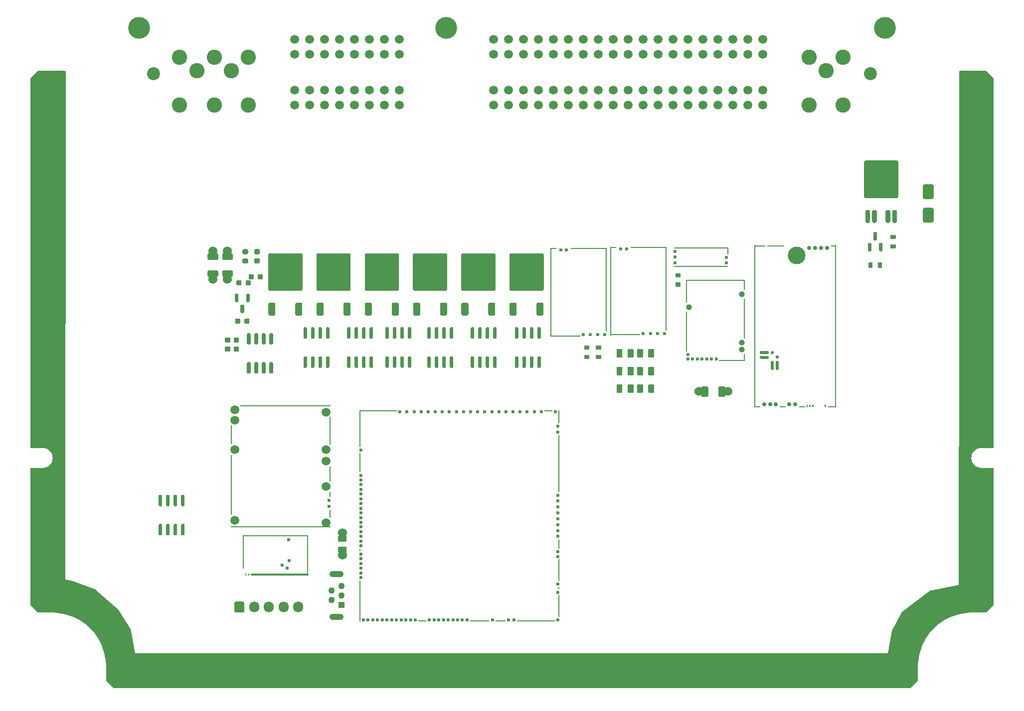
<source format=gtl>
G04 #@! TF.GenerationSoftware,KiCad,Pcbnew,8.0.8*
G04 #@! TF.CreationDate,2025-12-10T16:04:42-05:00*
G04 #@! TF.ProjectId,hellen121vag,68656c6c-656e-4313-9231-7661672e6b69,d*
G04 #@! TF.SameCoordinates,PX2b953a0PY6943058*
G04 #@! TF.FileFunction,Copper,L1,Top*
G04 #@! TF.FilePolarity,Positive*
%FSLAX46Y46*%
G04 Gerber Fmt 4.6, Leading zero omitted, Abs format (unit mm)*
G04 Created by KiCad (PCBNEW 8.0.8) date 2025-12-10 16:04:42*
%MOMM*%
%LPD*%
G01*
G04 APERTURE LIST*
G04 #@! TA.AperFunction,SMDPad,CuDef*
%ADD10R,4.400000X0.200000*%
G04 #@! TD*
G04 #@! TA.AperFunction,SMDPad,CuDef*
%ADD11R,0.200000X1.200000*%
G04 #@! TD*
G04 #@! TA.AperFunction,SMDPad,CuDef*
%ADD12R,0.200000X6.800000*%
G04 #@! TD*
G04 #@! TA.AperFunction,SMDPad,CuDef*
%ADD13R,0.200000X4.000000*%
G04 #@! TD*
G04 #@! TA.AperFunction,SMDPad,CuDef*
%ADD14R,0.200000X1.800000*%
G04 #@! TD*
G04 #@! TA.AperFunction,SMDPad,CuDef*
%ADD15R,10.000000X0.200000*%
G04 #@! TD*
G04 #@! TA.AperFunction,ComponentPad*
%ADD16C,0.600000*%
G04 #@! TD*
G04 #@! TA.AperFunction,ComponentPad*
%ADD17C,1.000000*%
G04 #@! TD*
G04 #@! TA.AperFunction,ComponentPad*
%ADD18C,3.700000*%
G04 #@! TD*
G04 #@! TA.AperFunction,ComponentPad*
%ADD19C,2.200000*%
G04 #@! TD*
G04 #@! TA.AperFunction,ComponentPad*
%ADD20C,2.600000*%
G04 #@! TD*
G04 #@! TA.AperFunction,ComponentPad*
%ADD21C,1.500000*%
G04 #@! TD*
G04 #@! TA.AperFunction,SMDPad,CuDef*
%ADD22O,0.200000X3.300000*%
G04 #@! TD*
G04 #@! TA.AperFunction,SMDPad,CuDef*
%ADD23O,0.200000X10.200000*%
G04 #@! TD*
G04 #@! TA.AperFunction,SMDPad,CuDef*
%ADD24O,0.200000X0.300000*%
G04 #@! TD*
G04 #@! TA.AperFunction,SMDPad,CuDef*
%ADD25O,17.000000X0.200000*%
G04 #@! TD*
G04 #@! TA.AperFunction,SMDPad,CuDef*
%ADD26O,15.400000X0.200000*%
G04 #@! TD*
G04 #@! TA.AperFunction,SMDPad,CuDef*
%ADD27O,0.200000X4.800000*%
G04 #@! TD*
G04 #@! TA.AperFunction,SMDPad,CuDef*
%ADD28O,0.200000X2.600000*%
G04 #@! TD*
G04 #@! TA.AperFunction,SMDPad,CuDef*
%ADD29O,0.200000X1.000000*%
G04 #@! TD*
G04 #@! TA.AperFunction,SMDPad,CuDef*
%ADD30O,0.200000X1.500000*%
G04 #@! TD*
G04 #@! TA.AperFunction,SMDPad,CuDef*
%ADD31O,0.200000X1.225000*%
G04 #@! TD*
G04 #@! TA.AperFunction,SMDPad,CuDef*
%ADD32O,9.300000X0.200000*%
G04 #@! TD*
G04 #@! TA.AperFunction,SMDPad,CuDef*
%ADD33R,6.185000X0.250000*%
G04 #@! TD*
G04 #@! TA.AperFunction,SMDPad,CuDef*
%ADD34R,1.115000X0.250000*%
G04 #@! TD*
G04 #@! TA.AperFunction,SMDPad,CuDef*
%ADD35R,0.250000X14.275000*%
G04 #@! TD*
G04 #@! TA.AperFunction,SMDPad,CuDef*
%ADD36R,0.250000X15.100000*%
G04 #@! TD*
G04 #@! TA.AperFunction,SMDPad,CuDef*
%ADD37R,5.175000X0.250000*%
G04 #@! TD*
G04 #@! TA.AperFunction,ComponentPad*
%ADD38C,1.524000*%
G04 #@! TD*
G04 #@! TA.AperFunction,ComponentPad*
%ADD39O,1.700000X1.850000*%
G04 #@! TD*
G04 #@! TA.AperFunction,SMDPad,CuDef*
%ADD40R,0.200000X3.700000*%
G04 #@! TD*
G04 #@! TA.AperFunction,SMDPad,CuDef*
%ADD41R,0.200000X0.400000*%
G04 #@! TD*
G04 #@! TA.AperFunction,SMDPad,CuDef*
%ADD42R,0.200000X1.600000*%
G04 #@! TD*
G04 #@! TA.AperFunction,SMDPad,CuDef*
%ADD43R,0.200000X9.700000*%
G04 #@! TD*
G04 #@! TA.AperFunction,SMDPad,CuDef*
%ADD44R,0.200000X2.300000*%
G04 #@! TD*
G04 #@! TA.AperFunction,SMDPad,CuDef*
%ADD45R,1.400000X0.200000*%
G04 #@! TD*
G04 #@! TA.AperFunction,SMDPad,CuDef*
%ADD46R,6.400000X0.200000*%
G04 #@! TD*
G04 #@! TA.AperFunction,SMDPad,CuDef*
%ADD47R,1.700000X0.200000*%
G04 #@! TD*
G04 #@! TA.AperFunction,SMDPad,CuDef*
%ADD48R,3.300000X0.200000*%
G04 #@! TD*
G04 #@! TA.AperFunction,SMDPad,CuDef*
%ADD49R,0.200000X7.000000*%
G04 #@! TD*
G04 #@! TA.AperFunction,SMDPad,CuDef*
%ADD50R,0.200000X3.300000*%
G04 #@! TD*
G04 #@! TA.AperFunction,SMDPad,CuDef*
%ADD51R,0.200000X6.300000*%
G04 #@! TD*
G04 #@! TA.AperFunction,ComponentPad*
%ADD52C,0.700000*%
G04 #@! TD*
G04 #@! TA.AperFunction,SMDPad,CuDef*
%ADD53C,3.000000*%
G04 #@! TD*
G04 #@! TA.AperFunction,SMDPad,CuDef*
%ADD54R,3.000000X0.250000*%
G04 #@! TD*
G04 #@! TA.AperFunction,SMDPad,CuDef*
%ADD55R,1.100000X0.250000*%
G04 #@! TD*
G04 #@! TA.AperFunction,SMDPad,CuDef*
%ADD56R,0.980000X0.250000*%
G04 #@! TD*
G04 #@! TA.AperFunction,SMDPad,CuDef*
%ADD57R,1.450000X0.250000*%
G04 #@! TD*
G04 #@! TA.AperFunction,SMDPad,CuDef*
%ADD58R,0.250000X27.600000*%
G04 #@! TD*
G04 #@! TA.AperFunction,SMDPad,CuDef*
%ADD59R,1.950000X0.250000*%
G04 #@! TD*
G04 #@! TA.AperFunction,SMDPad,CuDef*
%ADD60R,0.950000X0.250000*%
G04 #@! TD*
G04 #@! TA.AperFunction,ComponentPad*
%ADD61O,2.400000X1.100000*%
G04 #@! TD*
G04 #@! TA.AperFunction,ComponentPad*
%ADD62C,1.100000*%
G04 #@! TD*
G04 #@! TA.AperFunction,ComponentPad*
%ADD63R,1.100000X1.100000*%
G04 #@! TD*
G04 #@! TA.AperFunction,ComponentPad*
%ADD64C,0.599999*%
G04 #@! TD*
G04 #@! TA.AperFunction,SMDPad,CuDef*
%ADD65O,0.250000X0.499999*%
G04 #@! TD*
G04 #@! TA.AperFunction,SMDPad,CuDef*
%ADD66O,0.200000X6.799999*%
G04 #@! TD*
G04 #@! TA.AperFunction,SMDPad,CuDef*
%ADD67O,0.499999X0.250000*%
G04 #@! TD*
G04 #@! TA.AperFunction,SMDPad,CuDef*
%ADD68O,9.800001X0.399999*%
G04 #@! TD*
G04 #@! TA.AperFunction,SMDPad,CuDef*
%ADD69O,11.100001X0.200000*%
G04 #@! TD*
G04 #@! TA.AperFunction,SMDPad,CuDef*
%ADD70O,0.200000X5.669999*%
G04 #@! TD*
G04 #@! TA.AperFunction,ViaPad*
%ADD71C,2.000000*%
G04 #@! TD*
G04 APERTURE END LIST*
G04 #@! TO.P,D5,1,K*
G04 #@! TO.N,PIN43*
G04 #@! TA.AperFunction,SMDPad,CuDef*
G36*
G01*
X152950000Y80125000D02*
X151650000Y80125000D01*
G75*
G02*
X151400000Y80375000I0J250000D01*
G01*
X151400000Y82375000D01*
G75*
G02*
X151650000Y82625000I250000J0D01*
G01*
X152950000Y82625000D01*
G75*
G02*
X153200000Y82375000I0J-250000D01*
G01*
X153200000Y80375000D01*
G75*
G02*
X152950000Y80125000I-250000J0D01*
G01*
G37*
G04 #@! TD.AperFunction*
G04 #@! TO.P,D5,2,A*
G04 #@! TO.N,PIN114*
G04 #@! TA.AperFunction,SMDPad,CuDef*
G36*
G01*
X152950000Y84125000D02*
X151650000Y84125000D01*
G75*
G02*
X151400000Y84375000I0J250000D01*
G01*
X151400000Y86375000D01*
G75*
G02*
X151650000Y86625000I250000J0D01*
G01*
X152950000Y86625000D01*
G75*
G02*
X153200000Y86375000I0J-250000D01*
G01*
X153200000Y84375000D01*
G75*
G02*
X152950000Y84125000I-250000J0D01*
G01*
G37*
G04 #@! TD.AperFunction*
G04 #@! TD*
G04 #@! TO.P,R54,1*
G04 #@! TO.N,Net-(U10-IS)*
G04 #@! TA.AperFunction,SMDPad,CuDef*
G36*
G01*
X145910000Y78025000D02*
X146690000Y78025000D01*
G75*
G02*
X146760000Y77955000I0J-70000D01*
G01*
X146760000Y77395000D01*
G75*
G02*
X146690000Y77325000I-70000J0D01*
G01*
X145910000Y77325000D01*
G75*
G02*
X145840000Y77395000I0J70000D01*
G01*
X145840000Y77955000D01*
G75*
G02*
X145910000Y78025000I70000J0D01*
G01*
G37*
G04 #@! TD.AperFunction*
G04 #@! TO.P,R54,2*
G04 #@! TO.N,PIN114*
G04 #@! TA.AperFunction,SMDPad,CuDef*
G36*
G01*
X145910000Y76425000D02*
X146690000Y76425000D01*
G75*
G02*
X146760000Y76355000I0J-70000D01*
G01*
X146760000Y75795000D01*
G75*
G02*
X146690000Y75725000I-70000J0D01*
G01*
X145910000Y75725000D01*
G75*
G02*
X145840000Y75795000I0J70000D01*
G01*
X145840000Y76355000D01*
G75*
G02*
X145910000Y76425000I70000J0D01*
G01*
G37*
G04 #@! TD.AperFunction*
G04 #@! TD*
G04 #@! TO.P,R15,1*
G04 #@! TO.N,Net-(M6-LED_GREEN)*
G04 #@! TA.AperFunction,SMDPad,CuDef*
G36*
G01*
X142150000Y72485000D02*
X142150000Y73265000D01*
G75*
G02*
X142220000Y73335000I70000J0D01*
G01*
X142780000Y73335000D01*
G75*
G02*
X142850000Y73265000I0J-70000D01*
G01*
X142850000Y72485000D01*
G75*
G02*
X142780000Y72415000I-70000J0D01*
G01*
X142220000Y72415000D01*
G75*
G02*
X142150000Y72485000I0J70000D01*
G01*
G37*
G04 #@! TD.AperFunction*
G04 #@! TO.P,R15,2*
G04 #@! TO.N,PIN114*
G04 #@! TA.AperFunction,SMDPad,CuDef*
G36*
G01*
X143750000Y72485000D02*
X143750000Y73265000D01*
G75*
G02*
X143820000Y73335000I70000J0D01*
G01*
X144380000Y73335000D01*
G75*
G02*
X144450000Y73265000I0J-70000D01*
G01*
X144450000Y72485000D01*
G75*
G02*
X144380000Y72415000I-70000J0D01*
G01*
X143820000Y72415000D01*
G75*
G02*
X143750000Y72485000I0J70000D01*
G01*
G37*
G04 #@! TD.AperFunction*
G04 #@! TD*
G04 #@! TO.P,Q7,1,G*
G04 #@! TO.N,Net-(M6-LED_GREEN)*
G04 #@! TA.AperFunction,SMDPad,CuDef*
G36*
G01*
X142500000Y75200000D02*
X142200000Y75200000D01*
G75*
G02*
X142050000Y75350000I0J150000D01*
G01*
X142050000Y76525000D01*
G75*
G02*
X142200000Y76675000I150000J0D01*
G01*
X142500000Y76675000D01*
G75*
G02*
X142650000Y76525000I0J-150000D01*
G01*
X142650000Y75350000D01*
G75*
G02*
X142500000Y75200000I-150000J0D01*
G01*
G37*
G04 #@! TD.AperFunction*
G04 #@! TO.P,Q7,2,S*
G04 #@! TO.N,PIN114*
G04 #@! TA.AperFunction,SMDPad,CuDef*
G36*
G01*
X144400000Y75200000D02*
X144100000Y75200000D01*
G75*
G02*
X143950000Y75350000I0J150000D01*
G01*
X143950000Y76525000D01*
G75*
G02*
X144100000Y76675000I150000J0D01*
G01*
X144400000Y76675000D01*
G75*
G02*
X144550000Y76525000I0J-150000D01*
G01*
X144550000Y75350000D01*
G75*
G02*
X144400000Y75200000I-150000J0D01*
G01*
G37*
G04 #@! TD.AperFunction*
G04 #@! TO.P,Q7,3,D*
G04 #@! TO.N,Net-(Q7-D)*
G04 #@! TA.AperFunction,SMDPad,CuDef*
G36*
G01*
X143450000Y77075000D02*
X143150000Y77075000D01*
G75*
G02*
X143000000Y77225000I0J150000D01*
G01*
X143000000Y78400000D01*
G75*
G02*
X143150000Y78550000I150000J0D01*
G01*
X143450000Y78550000D01*
G75*
G02*
X143600000Y78400000I0J-150000D01*
G01*
X143600000Y77225000D01*
G75*
G02*
X143450000Y77075000I-150000J0D01*
G01*
G37*
G04 #@! TD.AperFunction*
G04 #@! TD*
D10*
G04 #@! TO.P,M8,G,GND*
G04 #@! TO.N,PIN114*
X118975000Y56700000D03*
D11*
X121075000Y57200000D03*
D12*
X111275000Y61600000D03*
X121075000Y63800000D03*
D13*
X111275000Y68400000D03*
D14*
X121075000Y69500000D03*
D15*
X116175000Y70300000D03*
D16*
G04 #@! TO.P,M8,N1,MOSI*
G04 #@! TO.N,unconnected-(M8-MOSI-PadN1)*
X111475000Y57700000D03*
D17*
G04 #@! TO.P,M8,N2,12V_IN*
G04 #@! TO.N,Net-(F3-Pad2)*
X111675000Y65700000D03*
G04 #@! TO.P,M8,S1,12V_IN*
X120675000Y58500000D03*
G04 #@! TO.P,M8,S2,OUT-*
G04 #@! TO.N,PIN2*
X120675000Y59700000D03*
G04 #@! TO.P,M8,S3,OUT+*
G04 #@! TO.N,PIN1*
X120675000Y67900000D03*
D16*
G04 #@! TO.P,M8,W1,DIS*
G04 #@! TO.N,DC1_DIS_W1*
X111475000Y56900000D03*
G04 #@! TO.P,M8,W2,PWM*
G04 #@! TO.N,/DC1_PWM*
X112275000Y56900000D03*
G04 #@! TO.P,M8,W3,SCLK*
G04 #@! TO.N,unconnected-(M8-SCLK-PadW3)*
X113075000Y56900000D03*
G04 #@! TO.P,M8,W4,DIR*
G04 #@! TO.N,/DC1_DIR*
X113875000Y56900000D03*
G04 #@! TO.P,M8,W5,3V3_IN*
G04 #@! TO.N,+3.3V*
X114675000Y56900000D03*
G04 #@! TO.P,M8,W6,MISO*
G04 #@! TO.N,unconnected-(M8-MISO-PadW6)*
X115475000Y56900000D03*
G04 #@! TO.P,M8,W7,~CS*
G04 #@! TO.N,unconnected-(M8-~CS-PadW7)*
X116275000Y56900000D03*
G04 #@! TD*
D18*
G04 #@! TO.P,P1,*
G04 #@! TO.N,*
X144952000Y113258000D03*
D19*
X142502000Y105458000D03*
D18*
X70452000Y113258000D03*
D19*
X20702000Y105458000D03*
D18*
X18252000Y113258000D03*
D20*
G04 #@! TO.P,P1,1,1*
G04 #@! TO.N,PIN1*
X137852000Y108258000D03*
G04 #@! TO.P,P1,2,2*
G04 #@! TO.N,PIN2*
X132052000Y108258000D03*
G04 #@! TO.P,P1,3,3*
G04 #@! TO.N,PIN114*
X134952000Y105928000D03*
G04 #@! TO.P,P1,4,4*
G04 #@! TO.N,PIN4*
X137852000Y100128000D03*
G04 #@! TO.P,P1,5,5*
G04 #@! TO.N,PIN5*
X132052000Y100128000D03*
D21*
G04 #@! TO.P,P1,6,6*
G04 #@! TO.N,PIN6*
X78432000Y100128000D03*
G04 #@! TO.P,P1,7,7*
G04 #@! TO.N,PIN7*
X80972000Y100128000D03*
G04 #@! TO.P,P1,8,8*
G04 #@! TO.N,PIN8*
X83512000Y100128000D03*
G04 #@! TO.P,P1,9,9*
G04 #@! TO.N,PIN9*
X86052000Y100128000D03*
G04 #@! TO.P,P1,10,10*
G04 #@! TO.N,PIN10*
X88592000Y100128000D03*
G04 #@! TO.P,P1,11,11*
G04 #@! TO.N,PIN11*
X91132000Y100128000D03*
G04 #@! TO.P,P1,12,12*
G04 #@! TO.N,PIN12*
X93672000Y100128000D03*
G04 #@! TO.P,P1,13,13*
G04 #@! TO.N,PIN13*
X96212000Y100128000D03*
G04 #@! TO.P,P1,14,14*
G04 #@! TO.N,PIN14*
X98752000Y100128000D03*
G04 #@! TO.P,P1,15,15*
G04 #@! TO.N,PIN15*
X101292000Y100128000D03*
G04 #@! TO.P,P1,16,16*
G04 #@! TO.N,PIN16*
X103832000Y100128000D03*
G04 #@! TO.P,P1,17,17*
G04 #@! TO.N,PIN17*
X106372000Y100128000D03*
G04 #@! TO.P,P1,18,18*
G04 #@! TO.N,PIN18*
X108912000Y100128000D03*
G04 #@! TO.P,P1,19,19*
G04 #@! TO.N,PIN19*
X111452000Y100128000D03*
G04 #@! TO.P,P1,20,20*
G04 #@! TO.N,PIN20*
X113992000Y100128000D03*
G04 #@! TO.P,P1,21,21*
G04 #@! TO.N,PIN21*
X116532000Y100128000D03*
G04 #@! TO.P,P1,22,22*
G04 #@! TO.N,PIN22*
X119072000Y100128000D03*
G04 #@! TO.P,P1,23,23*
G04 #@! TO.N,PIN120*
X121612000Y100128000D03*
G04 #@! TO.P,P1,24,24*
X124152000Y100128000D03*
G04 #@! TO.P,P1,25,25*
G04 #@! TO.N,PIN25*
X78432000Y102668000D03*
G04 #@! TO.P,P1,26,26*
G04 #@! TO.N,PIN26*
X80972000Y102668000D03*
G04 #@! TO.P,P1,27,27*
G04 #@! TO.N,PIN27*
X83512000Y102668000D03*
G04 #@! TO.P,P1,28,28*
G04 #@! TO.N,PIN28*
X86052000Y102668000D03*
G04 #@! TO.P,P1,29,29*
G04 #@! TO.N,PIN29*
X88592000Y102668000D03*
G04 #@! TO.P,P1,30,30*
G04 #@! TO.N,PIN30*
X91132000Y102668000D03*
G04 #@! TO.P,P1,31,31*
G04 #@! TO.N,PIN31*
X93672000Y102668000D03*
G04 #@! TO.P,P1,32,32*
G04 #@! TO.N,PIN32*
X96212000Y102668000D03*
G04 #@! TO.P,P1,33,33*
G04 #@! TO.N,PIN33*
X98752000Y102668000D03*
G04 #@! TO.P,P1,34,34*
G04 #@! TO.N,PIN34*
X101292000Y102668000D03*
G04 #@! TO.P,P1,35,35*
G04 #@! TO.N,PIN35*
X103832000Y102668000D03*
G04 #@! TO.P,P1,36,36*
G04 #@! TO.N,PIN36*
X106372000Y102668000D03*
G04 #@! TO.P,P1,37,37*
G04 #@! TO.N,PIN37*
X108912000Y102668000D03*
G04 #@! TO.P,P1,38,38*
G04 #@! TO.N,PIN38*
X111452000Y102668000D03*
G04 #@! TO.P,P1,39,39*
G04 #@! TO.N,PIN39*
X113992000Y102668000D03*
G04 #@! TO.P,P1,40,40*
G04 #@! TO.N,PIN40*
X116532000Y102668000D03*
G04 #@! TO.P,P1,41,41*
G04 #@! TO.N,PIN41*
X119072000Y102668000D03*
G04 #@! TO.P,P1,42,42*
G04 #@! TO.N,PIN42*
X121612000Y102668000D03*
G04 #@! TO.P,P1,43,43*
G04 #@! TO.N,PIN43*
X124152000Y102668000D03*
G04 #@! TO.P,P1,44,44*
G04 #@! TO.N,PIN44*
X78432000Y108718000D03*
G04 #@! TO.P,P1,45,45*
G04 #@! TO.N,PIN45*
X80972000Y108718000D03*
G04 #@! TO.P,P1,46,46*
G04 #@! TO.N,PIN46*
X83512000Y108718000D03*
G04 #@! TO.P,P1,47,47*
G04 #@! TO.N,PIN47*
X86052000Y108718000D03*
G04 #@! TO.P,P1,48,48*
G04 #@! TO.N,PIN48*
X88592000Y108718000D03*
G04 #@! TO.P,P1,49,49*
G04 #@! TO.N,PIN49*
X91132000Y108718000D03*
G04 #@! TO.P,P1,50,50*
G04 #@! TO.N,PIN50*
X93672000Y108718000D03*
G04 #@! TO.P,P1,51,51*
G04 #@! TO.N,PIN51*
X96212000Y108718000D03*
G04 #@! TO.P,P1,52,52*
G04 #@! TO.N,PIN113*
X98752000Y108718000D03*
G04 #@! TO.P,P1,53,53*
X101292000Y108718000D03*
G04 #@! TO.P,P1,54,54*
X103832000Y108718000D03*
G04 #@! TO.P,P1,55,55*
X106372000Y108718000D03*
G04 #@! TO.P,P1,56,56*
X108912000Y108718000D03*
G04 #@! TO.P,P1,57,57*
X111452000Y108718000D03*
G04 #@! TO.P,P1,58,58*
X113992000Y108718000D03*
G04 #@! TO.P,P1,59,59*
X116532000Y108718000D03*
G04 #@! TO.P,P1,60,60*
X119072000Y108718000D03*
G04 #@! TO.P,P1,61,61*
X121612000Y108718000D03*
G04 #@! TO.P,P1,62,62*
X124152000Y108718000D03*
G04 #@! TO.P,P1,63,63*
G04 #@! TO.N,PIN63*
X78432000Y111258000D03*
G04 #@! TO.P,P1,64,64*
G04 #@! TO.N,PIN113*
X80972000Y111258000D03*
G04 #@! TO.P,P1,65,65*
G04 #@! TO.N,PIN65*
X83512000Y111258000D03*
G04 #@! TO.P,P1,66,66*
G04 #@! TO.N,PIN113*
X86052000Y111258000D03*
G04 #@! TO.P,P1,67,67*
G04 #@! TO.N,PIN67*
X88592000Y111258000D03*
G04 #@! TO.P,P1,68,68*
G04 #@! TO.N,PIN113*
X91132000Y111258000D03*
G04 #@! TO.P,P1,69,69*
G04 #@! TO.N,PIN69*
X93672000Y111258000D03*
G04 #@! TO.P,P1,70,70*
G04 #@! TO.N,PIN70*
X96212000Y111258000D03*
G04 #@! TO.P,P1,71,71*
G04 #@! TO.N,PIN106*
X98752000Y111258000D03*
G04 #@! TO.P,P1,72,72*
X101292000Y111258000D03*
G04 #@! TO.P,P1,73,73*
X103832000Y111258000D03*
G04 #@! TO.P,P1,74,74*
X106372000Y111258000D03*
G04 #@! TO.P,P1,75,75*
X108912000Y111258000D03*
G04 #@! TO.P,P1,76,76*
X111452000Y111258000D03*
G04 #@! TO.P,P1,77,77*
X113992000Y111258000D03*
G04 #@! TO.P,P1,78,78*
X116532000Y111258000D03*
G04 #@! TO.P,P1,79,79*
X119072000Y111258000D03*
G04 #@! TO.P,P1,80,80*
X121612000Y111258000D03*
G04 #@! TO.P,P1,81,81*
G04 #@! TO.N,PIN81*
X124152000Y111258000D03*
G04 #@! TO.P,P1,82,82*
G04 #@! TO.N,PIN82*
X62462000Y111258000D03*
G04 #@! TO.P,P1,83,83*
G04 #@! TO.N,PIN83*
X59922000Y111258000D03*
G04 #@! TO.P,P1,84,84*
G04 #@! TO.N,PIN84*
X57382000Y111258000D03*
G04 #@! TO.P,P1,85,85*
G04 #@! TO.N,PIN85*
X54842000Y111258000D03*
G04 #@! TO.P,P1,86,86*
G04 #@! TO.N,PIN86*
X52302000Y111258000D03*
G04 #@! TO.P,P1,87,87*
G04 #@! TO.N,PIN87*
X49762000Y111258000D03*
G04 #@! TO.P,P1,88,88*
G04 #@! TO.N,PIN88*
X47222000Y111258000D03*
G04 #@! TO.P,P1,89,89*
G04 #@! TO.N,PIN89*
X44682000Y111258000D03*
G04 #@! TO.P,P1,90,90*
G04 #@! TO.N,PIN90*
X62462000Y108718000D03*
G04 #@! TO.P,P1,91,91*
G04 #@! TO.N,PIN91*
X59922000Y108718000D03*
G04 #@! TO.P,P1,92,92*
G04 #@! TO.N,PIN92*
X57382000Y108718000D03*
G04 #@! TO.P,P1,93,93*
G04 #@! TO.N,PIN93*
X54842000Y108718000D03*
G04 #@! TO.P,P1,94,94*
G04 #@! TO.N,PIN94*
X52302000Y108718000D03*
G04 #@! TO.P,P1,95,95*
G04 #@! TO.N,PIN95*
X49762000Y108718000D03*
G04 #@! TO.P,P1,96,96*
G04 #@! TO.N,PIN96*
X47222000Y108718000D03*
G04 #@! TO.P,P1,97,97*
G04 #@! TO.N,PIN97*
X44682000Y108718000D03*
G04 #@! TO.P,P1,98,98*
G04 #@! TO.N,PIN113*
X62462000Y102668000D03*
G04 #@! TO.P,P1,99,99*
X59922000Y102668000D03*
G04 #@! TO.P,P1,100,100*
G04 #@! TO.N,PIN100*
X57382000Y102668000D03*
G04 #@! TO.P,P1,101,101*
G04 #@! TO.N,PIN101*
X54842000Y102668000D03*
G04 #@! TO.P,P1,102,102*
G04 #@! TO.N,PIN102*
X52302000Y102668000D03*
G04 #@! TO.P,P1,103,103*
G04 #@! TO.N,PIN103*
X49762000Y102668000D03*
G04 #@! TO.P,P1,104,104*
G04 #@! TO.N,PIN104*
X47222000Y102668000D03*
G04 #@! TO.P,P1,105,105*
G04 #@! TO.N,PIN105*
X44682000Y102668000D03*
G04 #@! TO.P,P1,106,106*
G04 #@! TO.N,PIN106*
X62462000Y100128000D03*
G04 #@! TO.P,P1,107,107*
X59922000Y100128000D03*
G04 #@! TO.P,P1,108,108*
G04 #@! TO.N,PIN108*
X57382000Y100128000D03*
G04 #@! TO.P,P1,109,109*
G04 #@! TO.N,PIN109*
X54842000Y100128000D03*
G04 #@! TO.P,P1,110,110*
G04 #@! TO.N,PIN110*
X52302000Y100128000D03*
G04 #@! TO.P,P1,111,111*
G04 #@! TO.N,PIN111*
X49762000Y100128000D03*
G04 #@! TO.P,P1,112,112*
G04 #@! TO.N,PIN112*
X47222000Y100128000D03*
G04 #@! TO.P,P1,113,113*
G04 #@! TO.N,PIN113*
X44682000Y100128000D03*
D20*
G04 #@! TO.P,P1,114,114*
G04 #@! TO.N,PIN114*
X36852000Y108258000D03*
G04 #@! TO.P,P1,115,115*
X31052000Y108258000D03*
G04 #@! TO.P,P1,116,116*
G04 #@! TO.N,PIN116*
X25152000Y108258000D03*
G04 #@! TO.P,P1,117,117*
G04 #@! TO.N,PIN117*
X33952000Y105928000D03*
G04 #@! TO.P,P1,118,118*
G04 #@! TO.N,PIN118*
X28052000Y105928000D03*
G04 #@! TO.P,P1,119,119*
G04 #@! TO.N,PIN119*
X36852000Y100128000D03*
G04 #@! TO.P,P1,120,120*
G04 #@! TO.N,PIN120*
X31052000Y100128000D03*
G04 #@! TO.P,P1,121,121*
G04 #@! TO.N,PIN121*
X25152000Y100128000D03*
G04 #@! TD*
G04 #@! TO.P,R12,2*
G04 #@! TO.N,PIN89*
G04 #@! TA.AperFunction,SMDPad,CuDef*
G36*
G01*
X101250021Y51250000D02*
X101250021Y52500000D01*
G75*
G02*
X101350021Y52600000I100000J0D01*
G01*
X102150021Y52600000D01*
G75*
G02*
X102250021Y52500000I0J-100000D01*
G01*
X102250021Y51250000D01*
G75*
G02*
X102150021Y51150000I-100000J0D01*
G01*
X101350021Y51150000D01*
G75*
G02*
X101250021Y51250000I0J100000D01*
G01*
G37*
G04 #@! TD.AperFunction*
G04 #@! TO.P,R12,1*
G04 #@! TO.N,PIN113*
G04 #@! TA.AperFunction,SMDPad,CuDef*
G36*
G01*
X99349999Y51250000D02*
X99349999Y52500000D01*
G75*
G02*
X99449999Y52600000I100000J0D01*
G01*
X100249999Y52600000D01*
G75*
G02*
X100349999Y52500000I0J-100000D01*
G01*
X100349999Y51250000D01*
G75*
G02*
X100249999Y51150000I-100000J0D01*
G01*
X99449999Y51150000D01*
G75*
G02*
X99349999Y51250000I0J100000D01*
G01*
G37*
G04 #@! TD.AperFunction*
G04 #@! TD*
G04 #@! TO.P,L2,1,1*
G04 #@! TO.N,PIN22*
G04 #@! TA.AperFunction,SMDPad,CuDef*
G36*
G01*
X38043750Y75600000D02*
X38556250Y75600000D01*
G75*
G02*
X38775000Y75381250I0J-218750D01*
G01*
X38775000Y74943750D01*
G75*
G02*
X38556250Y74725000I-218750J0D01*
G01*
X38043750Y74725000D01*
G75*
G02*
X37825000Y74943750I0J218750D01*
G01*
X37825000Y75381250D01*
G75*
G02*
X38043750Y75600000I218750J0D01*
G01*
G37*
G04 #@! TD.AperFunction*
G04 #@! TO.P,L2,2,2*
G04 #@! TO.N,Net-(U8-T-)*
G04 #@! TA.AperFunction,SMDPad,CuDef*
G36*
G01*
X38043750Y74025000D02*
X38556250Y74025000D01*
G75*
G02*
X38775000Y73806250I0J-218750D01*
G01*
X38775000Y73368750D01*
G75*
G02*
X38556250Y73150000I-218750J0D01*
G01*
X38043750Y73150000D01*
G75*
G02*
X37825000Y73368750I0J218750D01*
G01*
X37825000Y73806250D01*
G75*
G02*
X38043750Y74025000I218750J0D01*
G01*
G37*
G04 #@! TD.AperFunction*
G04 #@! TD*
G04 #@! TO.P,Q1,1,G*
G04 #@! TO.N,Net-(Q1-G)*
G04 #@! TA.AperFunction,SMDPad,CuDef*
G36*
G01*
X82150000Y64300000D02*
X81450000Y64300000D01*
G75*
G02*
X81200000Y64550000I0J250000D01*
G01*
X81200000Y66250000D01*
G75*
G02*
X81450000Y66500000I250000J0D01*
G01*
X82150000Y66500000D01*
G75*
G02*
X82400000Y66250000I0J-250000D01*
G01*
X82400000Y64550000D01*
G75*
G02*
X82150000Y64300000I-250000J0D01*
G01*
G37*
G04 #@! TD.AperFunction*
G04 #@! TO.P,Q1,2,C*
G04 #@! TO.N,PIN13*
G04 #@! TA.AperFunction,SMDPad,CuDef*
G36*
G01*
X83680000Y68500000D02*
X81430000Y68500000D01*
G75*
G02*
X81180000Y68750000I0J250000D01*
G01*
X81180000Y71300000D01*
G75*
G02*
X81430000Y71550000I250000J0D01*
G01*
X83680000Y71550000D01*
G75*
G02*
X83930000Y71300000I0J-250000D01*
G01*
X83930000Y68750000D01*
G75*
G02*
X83680000Y68500000I-250000J0D01*
G01*
G37*
G04 #@! TD.AperFunction*
G04 #@! TA.AperFunction,SMDPad,CuDef*
G36*
G01*
X86730000Y68500000D02*
X84480000Y68500000D01*
G75*
G02*
X84230000Y68750000I0J250000D01*
G01*
X84230000Y71300000D01*
G75*
G02*
X84480000Y71550000I250000J0D01*
G01*
X86730000Y71550000D01*
G75*
G02*
X86980000Y71300000I0J-250000D01*
G01*
X86980000Y68750000D01*
G75*
G02*
X86730000Y68500000I-250000J0D01*
G01*
G37*
G04 #@! TD.AperFunction*
G04 #@! TA.AperFunction,SMDPad,CuDef*
G36*
G01*
X86730003Y68500000D02*
X81429997Y68500000D01*
G75*
G02*
X81180000Y68749997I0J249997D01*
G01*
X81180000Y74650003D01*
G75*
G02*
X81429997Y74900000I249997J0D01*
G01*
X86730003Y74900000D01*
G75*
G02*
X86980000Y74650003I0J-249997D01*
G01*
X86980000Y68749997D01*
G75*
G02*
X86730003Y68500000I-249997J0D01*
G01*
G37*
G04 #@! TD.AperFunction*
G04 #@! TA.AperFunction,SMDPad,CuDef*
G36*
G01*
X83680000Y71850000D02*
X81430000Y71850000D01*
G75*
G02*
X81180000Y72100000I0J250000D01*
G01*
X81180000Y74650000D01*
G75*
G02*
X81430000Y74900000I250000J0D01*
G01*
X83680000Y74900000D01*
G75*
G02*
X83930000Y74650000I0J-250000D01*
G01*
X83930000Y72100000D01*
G75*
G02*
X83680000Y71850000I-250000J0D01*
G01*
G37*
G04 #@! TD.AperFunction*
G04 #@! TA.AperFunction,SMDPad,CuDef*
G36*
G01*
X86730000Y71850000D02*
X84480000Y71850000D01*
G75*
G02*
X84230000Y72100000I0J250000D01*
G01*
X84230000Y74650000D01*
G75*
G02*
X84480000Y74900000I250000J0D01*
G01*
X86730000Y74900000D01*
G75*
G02*
X86980000Y74650000I0J-250000D01*
G01*
X86980000Y72100000D01*
G75*
G02*
X86730000Y71850000I-250000J0D01*
G01*
G37*
G04 #@! TD.AperFunction*
G04 #@! TO.P,Q1,3,E*
G04 #@! TO.N,PIN114*
G04 #@! TA.AperFunction,SMDPad,CuDef*
G36*
G01*
X86710000Y64300000D02*
X86010000Y64300000D01*
G75*
G02*
X85760000Y64550000I0J250000D01*
G01*
X85760000Y66250000D01*
G75*
G02*
X86010000Y66500000I250000J0D01*
G01*
X86710000Y66500000D01*
G75*
G02*
X86960000Y66250000I0J-250000D01*
G01*
X86960000Y64550000D01*
G75*
G02*
X86710000Y64300000I-250000J0D01*
G01*
G37*
G04 #@! TD.AperFunction*
G04 #@! TD*
G04 #@! TO.P,Q4,1,G*
G04 #@! TO.N,Net-(Q4-G)*
G04 #@! TA.AperFunction,SMDPad,CuDef*
G36*
G01*
X57565000Y64300000D02*
X56865000Y64300000D01*
G75*
G02*
X56615000Y64550000I0J250000D01*
G01*
X56615000Y66250000D01*
G75*
G02*
X56865000Y66500000I250000J0D01*
G01*
X57565000Y66500000D01*
G75*
G02*
X57815000Y66250000I0J-250000D01*
G01*
X57815000Y64550000D01*
G75*
G02*
X57565000Y64300000I-250000J0D01*
G01*
G37*
G04 #@! TD.AperFunction*
G04 #@! TO.P,Q4,2,C*
G04 #@! TO.N,PIN9*
G04 #@! TA.AperFunction,SMDPad,CuDef*
G36*
G01*
X59095000Y68500000D02*
X56845000Y68500000D01*
G75*
G02*
X56595000Y68750000I0J250000D01*
G01*
X56595000Y71300000D01*
G75*
G02*
X56845000Y71550000I250000J0D01*
G01*
X59095000Y71550000D01*
G75*
G02*
X59345000Y71300000I0J-250000D01*
G01*
X59345000Y68750000D01*
G75*
G02*
X59095000Y68500000I-250000J0D01*
G01*
G37*
G04 #@! TD.AperFunction*
G04 #@! TA.AperFunction,SMDPad,CuDef*
G36*
G01*
X62145000Y68500000D02*
X59895000Y68500000D01*
G75*
G02*
X59645000Y68750000I0J250000D01*
G01*
X59645000Y71300000D01*
G75*
G02*
X59895000Y71550000I250000J0D01*
G01*
X62145000Y71550000D01*
G75*
G02*
X62395000Y71300000I0J-250000D01*
G01*
X62395000Y68750000D01*
G75*
G02*
X62145000Y68500000I-250000J0D01*
G01*
G37*
G04 #@! TD.AperFunction*
G04 #@! TA.AperFunction,SMDPad,CuDef*
G36*
G01*
X62145003Y68500000D02*
X56844997Y68500000D01*
G75*
G02*
X56595000Y68749997I0J249997D01*
G01*
X56595000Y74650003D01*
G75*
G02*
X56844997Y74900000I249997J0D01*
G01*
X62145003Y74900000D01*
G75*
G02*
X62395000Y74650003I0J-249997D01*
G01*
X62395000Y68749997D01*
G75*
G02*
X62145003Y68500000I-249997J0D01*
G01*
G37*
G04 #@! TD.AperFunction*
G04 #@! TA.AperFunction,SMDPad,CuDef*
G36*
G01*
X59095000Y71850000D02*
X56845000Y71850000D01*
G75*
G02*
X56595000Y72100000I0J250000D01*
G01*
X56595000Y74650000D01*
G75*
G02*
X56845000Y74900000I250000J0D01*
G01*
X59095000Y74900000D01*
G75*
G02*
X59345000Y74650000I0J-250000D01*
G01*
X59345000Y72100000D01*
G75*
G02*
X59095000Y71850000I-250000J0D01*
G01*
G37*
G04 #@! TD.AperFunction*
G04 #@! TA.AperFunction,SMDPad,CuDef*
G36*
G01*
X62145000Y71850000D02*
X59895000Y71850000D01*
G75*
G02*
X59645000Y72100000I0J250000D01*
G01*
X59645000Y74650000D01*
G75*
G02*
X59895000Y74900000I250000J0D01*
G01*
X62145000Y74900000D01*
G75*
G02*
X62395000Y74650000I0J-250000D01*
G01*
X62395000Y72100000D01*
G75*
G02*
X62145000Y71850000I-250000J0D01*
G01*
G37*
G04 #@! TD.AperFunction*
G04 #@! TO.P,Q4,3,E*
G04 #@! TO.N,PIN114*
G04 #@! TA.AperFunction,SMDPad,CuDef*
G36*
G01*
X62125000Y64300000D02*
X61425000Y64300000D01*
G75*
G02*
X61175000Y64550000I0J250000D01*
G01*
X61175000Y66250000D01*
G75*
G02*
X61425000Y66500000I250000J0D01*
G01*
X62125000Y66500000D01*
G75*
G02*
X62375000Y66250000I0J-250000D01*
G01*
X62375000Y64550000D01*
G75*
G02*
X62125000Y64300000I-250000J0D01*
G01*
G37*
G04 #@! TD.AperFunction*
G04 #@! TD*
G04 #@! TO.P,C28,1*
G04 #@! TO.N,PIN114*
G04 #@! TA.AperFunction,SMDPad,CuDef*
G36*
G01*
X36875000Y70535000D02*
X36875000Y71215000D01*
G75*
G02*
X36960000Y71300000I85000J0D01*
G01*
X37640000Y71300000D01*
G75*
G02*
X37725000Y71215000I0J-85000D01*
G01*
X37725000Y70535000D01*
G75*
G02*
X37640000Y70450000I-85000J0D01*
G01*
X36960000Y70450000D01*
G75*
G02*
X36875000Y70535000I0J85000D01*
G01*
G37*
G04 #@! TD.AperFunction*
G04 #@! TO.P,C28,2*
G04 #@! TO.N,Net-(U8-T-)*
G04 #@! TA.AperFunction,SMDPad,CuDef*
G36*
G01*
X38455002Y70535000D02*
X38455002Y71215000D01*
G75*
G02*
X38540002Y71300000I85000J0D01*
G01*
X39220002Y71300000D01*
G75*
G02*
X39305002Y71215000I0J-85000D01*
G01*
X39305002Y70535000D01*
G75*
G02*
X39220002Y70450000I-85000J0D01*
G01*
X38540002Y70450000D01*
G75*
G02*
X38455002Y70535000I0J85000D01*
G01*
G37*
G04 #@! TD.AperFunction*
G04 #@! TD*
G04 #@! TO.P,U7,1,IN1*
G04 #@! TO.N,Net-(U7-IN1)*
G04 #@! TA.AperFunction,SMDPad,CuDef*
G36*
G01*
X46640000Y55425000D02*
X46340000Y55425000D01*
G75*
G02*
X46190000Y55575000I0J150000D01*
G01*
X46190000Y57225000D01*
G75*
G02*
X46340000Y57375000I150000J0D01*
G01*
X46640000Y57375000D01*
G75*
G02*
X46790000Y57225000I0J-150000D01*
G01*
X46790000Y55575000D01*
G75*
G02*
X46640000Y55425000I-150000J0D01*
G01*
G37*
G04 #@! TD.AperFunction*
G04 #@! TO.P,U7,2,STATUS1*
G04 #@! TO.N,unconnected-(U7-STATUS1-Pad2)*
G04 #@! TA.AperFunction,SMDPad,CuDef*
G36*
G01*
X47910000Y55425000D02*
X47610000Y55425000D01*
G75*
G02*
X47460000Y55575000I0J150000D01*
G01*
X47460000Y57225000D01*
G75*
G02*
X47610000Y57375000I150000J0D01*
G01*
X47910000Y57375000D01*
G75*
G02*
X48060000Y57225000I0J-150000D01*
G01*
X48060000Y55575000D01*
G75*
G02*
X47910000Y55425000I-150000J0D01*
G01*
G37*
G04 #@! TD.AperFunction*
G04 #@! TO.P,U7,3,IN2*
G04 #@! TO.N,Net-(U7-IN2)*
G04 #@! TA.AperFunction,SMDPad,CuDef*
G36*
G01*
X49180000Y55425000D02*
X48880000Y55425000D01*
G75*
G02*
X48730000Y55575000I0J150000D01*
G01*
X48730000Y57225000D01*
G75*
G02*
X48880000Y57375000I150000J0D01*
G01*
X49180000Y57375000D01*
G75*
G02*
X49330000Y57225000I0J-150000D01*
G01*
X49330000Y55575000D01*
G75*
G02*
X49180000Y55425000I-150000J0D01*
G01*
G37*
G04 #@! TD.AperFunction*
G04 #@! TO.P,U7,4,STATUS2*
G04 #@! TO.N,unconnected-(U7-STATUS2-Pad4)*
G04 #@! TA.AperFunction,SMDPad,CuDef*
G36*
G01*
X50450000Y55425000D02*
X50150000Y55425000D01*
G75*
G02*
X50000000Y55575000I0J150000D01*
G01*
X50000000Y57225000D01*
G75*
G02*
X50150000Y57375000I150000J0D01*
G01*
X50450000Y57375000D01*
G75*
G02*
X50600000Y57225000I0J-150000D01*
G01*
X50600000Y55575000D01*
G75*
G02*
X50450000Y55425000I-150000J0D01*
G01*
G37*
G04 #@! TD.AperFunction*
G04 #@! TO.P,U7,5,S2*
G04 #@! TO.N,PIN114*
G04 #@! TA.AperFunction,SMDPad,CuDef*
G36*
G01*
X50450000Y60375000D02*
X50150000Y60375000D01*
G75*
G02*
X50000000Y60525000I0J150000D01*
G01*
X50000000Y62175000D01*
G75*
G02*
X50150000Y62325000I150000J0D01*
G01*
X50450000Y62325000D01*
G75*
G02*
X50600000Y62175000I0J-150000D01*
G01*
X50600000Y60525000D01*
G75*
G02*
X50450000Y60375000I-150000J0D01*
G01*
G37*
G04 #@! TD.AperFunction*
G04 #@! TO.P,U7,6,D2*
G04 #@! TO.N,PIN86*
G04 #@! TA.AperFunction,SMDPad,CuDef*
G36*
G01*
X49180000Y60375000D02*
X48880000Y60375000D01*
G75*
G02*
X48730000Y60525000I0J150000D01*
G01*
X48730000Y62175000D01*
G75*
G02*
X48880000Y62325000I150000J0D01*
G01*
X49180000Y62325000D01*
G75*
G02*
X49330000Y62175000I0J-150000D01*
G01*
X49330000Y60525000D01*
G75*
G02*
X49180000Y60375000I-150000J0D01*
G01*
G37*
G04 #@! TD.AperFunction*
G04 #@! TO.P,U7,7,S1*
G04 #@! TO.N,PIN114*
G04 #@! TA.AperFunction,SMDPad,CuDef*
G36*
G01*
X47910000Y60375000D02*
X47610000Y60375000D01*
G75*
G02*
X47460000Y60525000I0J150000D01*
G01*
X47460000Y62175000D01*
G75*
G02*
X47610000Y62325000I150000J0D01*
G01*
X47910000Y62325000D01*
G75*
G02*
X48060000Y62175000I0J-150000D01*
G01*
X48060000Y60525000D01*
G75*
G02*
X47910000Y60375000I-150000J0D01*
G01*
G37*
G04 #@! TD.AperFunction*
G04 #@! TO.P,U7,8,D1*
G04 #@! TO.N,PIN87*
G04 #@! TA.AperFunction,SMDPad,CuDef*
G36*
G01*
X46640000Y60375000D02*
X46340000Y60375000D01*
G75*
G02*
X46190000Y60525000I0J150000D01*
G01*
X46190000Y62175000D01*
G75*
G02*
X46340000Y62325000I150000J0D01*
G01*
X46640000Y62325000D01*
G75*
G02*
X46790000Y62175000I0J-150000D01*
G01*
X46790000Y60525000D01*
G75*
G02*
X46640000Y60375000I-150000J0D01*
G01*
G37*
G04 #@! TD.AperFunction*
G04 #@! TD*
D21*
G04 #@! TO.P,M1,E1,VBAT*
G04 #@! TO.N,/VBAT*
X50049998Y47874997D03*
G04 #@! TO.P,M1,E2,V12*
G04 #@! TO.N,unconnected-(M1-V12-PadE2)*
X50049998Y41475000D03*
G04 #@! TO.P,M1,E3,VIGN*
G04 #@! TO.N,/VIGN*
X50049998Y39574997D03*
G04 #@! TO.P,M1,E4,V5*
G04 #@! TO.N,+5V*
X50049998Y35274997D03*
D16*
G04 #@! TO.P,M1,E5,EN_5VP*
G04 #@! TO.N,/PWR_EN*
X50499997Y32875000D03*
G04 #@! TO.P,M1,E6,PG_5VP*
G04 #@! TO.N,Net-(M1-PG_5VP)*
X50499997Y31874999D03*
D22*
G04 #@! TO.P,M1,S1,GND*
G04 #@! TO.N,PIN114*
X33900002Y44024997D03*
D23*
X33900002Y35524999D03*
D24*
X33900002Y28424997D03*
D25*
X42300000Y28374997D03*
D26*
X43100001Y48974997D03*
D21*
X50049998Y29024997D03*
D24*
X50699999Y48924997D03*
D27*
X50699999Y44724999D03*
D28*
X50699999Y37374997D03*
D29*
X50699999Y33875000D03*
D30*
X50699999Y30574999D03*
D21*
G04 #@! TO.P,M1,V1,V12_PERM*
G04 #@! TO.N,PIN116*
X34550001Y48324999D03*
G04 #@! TO.P,M1,V2,IN_VIGN*
G04 #@! TO.N,/IN_VIGN*
X34550001Y46475000D03*
G04 #@! TO.P,M1,V3,V12_RAW*
G04 #@! TO.N,PIN117*
X34550001Y41524997D03*
G04 #@! TO.P,M1,V4,5VP*
G04 #@! TO.N,PIN106*
X34550001Y29474999D03*
G04 #@! TD*
D16*
G04 #@! TO.P,M2,E1,V5A*
G04 #@! TO.N,+5VA*
X109325000Y73300001D03*
D31*
G04 #@! TO.P,M2,E2,GND*
G04 #@! TO.N,PIN114*
X118225000Y75275001D03*
D32*
X113675000Y72700001D03*
X113675000Y75800001D03*
D16*
X109325000Y74250001D03*
G04 #@! TO.P,M2,E3,OUT_KNOCK*
G04 #@! TO.N,/IN_KNOCK*
X109325000Y75199999D03*
G04 #@! TO.P,M2,W1,IN_KNOCK*
G04 #@! TO.N,PIN81*
X118025000Y74200001D03*
G04 #@! TO.P,M2,W2,VREF*
G04 #@! TO.N,/VREF1*
X118025000Y73300001D03*
G04 #@! TD*
G04 #@! TO.P,U10,1,OUT*
G04 #@! TO.N,PIN43*
G04 #@! TA.AperFunction,SMDPad,CuDef*
G36*
G01*
X142220000Y80075000D02*
X141820000Y80075000D01*
G75*
G02*
X141620000Y80275000I0J200000D01*
G01*
X141620000Y82075000D01*
G75*
G02*
X141820000Y82275000I200000J0D01*
G01*
X142220000Y82275000D01*
G75*
G02*
X142420000Y82075000I0J-200000D01*
G01*
X142420000Y80275000D01*
G75*
G02*
X142220000Y80075000I-200000J0D01*
G01*
G37*
G04 #@! TD.AperFunction*
G04 #@! TO.P,U10,2,IN*
G04 #@! TO.N,Net-(Q7-D)*
G04 #@! TA.AperFunction,SMDPad,CuDef*
G36*
G01*
X143360000Y80075000D02*
X142960000Y80075000D01*
G75*
G02*
X142760000Y80275000I0J200000D01*
G01*
X142760000Y82075000D01*
G75*
G02*
X142960000Y82275000I200000J0D01*
G01*
X143360000Y82275000D01*
G75*
G02*
X143560000Y82075000I0J-200000D01*
G01*
X143560000Y80275000D01*
G75*
G02*
X143360000Y80075000I-200000J0D01*
G01*
G37*
G04 #@! TD.AperFunction*
G04 #@! TO.P,U10,3,Vbb*
G04 #@! TO.N,PIN120*
G04 #@! TA.AperFunction,SMDPad,CuDef*
G36*
G01*
X143900000Y84275000D02*
X141650000Y84275000D01*
G75*
G02*
X141400000Y84525000I0J250000D01*
G01*
X141400000Y87075000D01*
G75*
G02*
X141650000Y87325000I250000J0D01*
G01*
X143900000Y87325000D01*
G75*
G02*
X144150000Y87075000I0J-250000D01*
G01*
X144150000Y84525000D01*
G75*
G02*
X143900000Y84275000I-250000J0D01*
G01*
G37*
G04 #@! TD.AperFunction*
G04 #@! TA.AperFunction,SMDPad,CuDef*
G36*
G01*
X146950000Y84275000D02*
X144700000Y84275000D01*
G75*
G02*
X144450000Y84525000I0J250000D01*
G01*
X144450000Y87075000D01*
G75*
G02*
X144700000Y87325000I250000J0D01*
G01*
X146950000Y87325000D01*
G75*
G02*
X147200000Y87075000I0J-250000D01*
G01*
X147200000Y84525000D01*
G75*
G02*
X146950000Y84275000I-250000J0D01*
G01*
G37*
G04 #@! TD.AperFunction*
G04 #@! TA.AperFunction,SMDPad,CuDef*
G36*
G01*
X146950003Y84275000D02*
X141649997Y84275000D01*
G75*
G02*
X141400000Y84524997I0J249997D01*
G01*
X141400000Y90425003D01*
G75*
G02*
X141649997Y90675000I249997J0D01*
G01*
X146950003Y90675000D01*
G75*
G02*
X147200000Y90425003I0J-249997D01*
G01*
X147200000Y84524997D01*
G75*
G02*
X146950003Y84275000I-249997J0D01*
G01*
G37*
G04 #@! TD.AperFunction*
G04 #@! TA.AperFunction,SMDPad,CuDef*
G36*
G01*
X143900000Y87625000D02*
X141650000Y87625000D01*
G75*
G02*
X141400000Y87875000I0J250000D01*
G01*
X141400000Y90425000D01*
G75*
G02*
X141650000Y90675000I250000J0D01*
G01*
X143900000Y90675000D01*
G75*
G02*
X144150000Y90425000I0J-250000D01*
G01*
X144150000Y87875000D01*
G75*
G02*
X143900000Y87625000I-250000J0D01*
G01*
G37*
G04 #@! TD.AperFunction*
G04 #@! TA.AperFunction,SMDPad,CuDef*
G36*
G01*
X146950000Y87625000D02*
X144700000Y87625000D01*
G75*
G02*
X144450000Y87875000I0J250000D01*
G01*
X144450000Y90425000D01*
G75*
G02*
X144700000Y90675000I250000J0D01*
G01*
X146950000Y90675000D01*
G75*
G02*
X147200000Y90425000I0J-250000D01*
G01*
X147200000Y87875000D01*
G75*
G02*
X146950000Y87625000I-250000J0D01*
G01*
G37*
G04 #@! TD.AperFunction*
G04 #@! TO.P,U10,4,IS*
G04 #@! TO.N,Net-(U10-IS)*
G04 #@! TA.AperFunction,SMDPad,CuDef*
G36*
G01*
X145640000Y80075000D02*
X145240000Y80075000D01*
G75*
G02*
X145040000Y80275000I0J200000D01*
G01*
X145040000Y82075000D01*
G75*
G02*
X145240000Y82275000I200000J0D01*
G01*
X145640000Y82275000D01*
G75*
G02*
X145840000Y82075000I0J-200000D01*
G01*
X145840000Y80275000D01*
G75*
G02*
X145640000Y80075000I-200000J0D01*
G01*
G37*
G04 #@! TD.AperFunction*
G04 #@! TO.P,U10,5,OUT*
G04 #@! TO.N,PIN43*
G04 #@! TA.AperFunction,SMDPad,CuDef*
G36*
G01*
X146780000Y80075000D02*
X146380000Y80075000D01*
G75*
G02*
X146180000Y80275000I0J200000D01*
G01*
X146180000Y82075000D01*
G75*
G02*
X146380000Y82275000I200000J0D01*
G01*
X146780000Y82275000D01*
G75*
G02*
X146980000Y82075000I0J-200000D01*
G01*
X146980000Y80275000D01*
G75*
G02*
X146780000Y80075000I-200000J0D01*
G01*
G37*
G04 #@! TD.AperFunction*
G04 #@! TD*
G04 #@! TO.P,Q6,1,G*
G04 #@! TO.N,Net-(Q6-G)*
G04 #@! TA.AperFunction,SMDPad,CuDef*
G36*
G01*
X41175000Y64300000D02*
X40475000Y64300000D01*
G75*
G02*
X40225000Y64550000I0J250000D01*
G01*
X40225000Y66250000D01*
G75*
G02*
X40475000Y66500000I250000J0D01*
G01*
X41175000Y66500000D01*
G75*
G02*
X41425000Y66250000I0J-250000D01*
G01*
X41425000Y64550000D01*
G75*
G02*
X41175000Y64300000I-250000J0D01*
G01*
G37*
G04 #@! TD.AperFunction*
G04 #@! TO.P,Q6,2,C*
G04 #@! TO.N,PIN8*
G04 #@! TA.AperFunction,SMDPad,CuDef*
G36*
G01*
X42705000Y68500000D02*
X40455000Y68500000D01*
G75*
G02*
X40205000Y68750000I0J250000D01*
G01*
X40205000Y71300000D01*
G75*
G02*
X40455000Y71550000I250000J0D01*
G01*
X42705000Y71550000D01*
G75*
G02*
X42955000Y71300000I0J-250000D01*
G01*
X42955000Y68750000D01*
G75*
G02*
X42705000Y68500000I-250000J0D01*
G01*
G37*
G04 #@! TD.AperFunction*
G04 #@! TA.AperFunction,SMDPad,CuDef*
G36*
G01*
X45755000Y68500000D02*
X43505000Y68500000D01*
G75*
G02*
X43255000Y68750000I0J250000D01*
G01*
X43255000Y71300000D01*
G75*
G02*
X43505000Y71550000I250000J0D01*
G01*
X45755000Y71550000D01*
G75*
G02*
X46005000Y71300000I0J-250000D01*
G01*
X46005000Y68750000D01*
G75*
G02*
X45755000Y68500000I-250000J0D01*
G01*
G37*
G04 #@! TD.AperFunction*
G04 #@! TA.AperFunction,SMDPad,CuDef*
G36*
G01*
X45755003Y68500000D02*
X40454997Y68500000D01*
G75*
G02*
X40205000Y68749997I0J249997D01*
G01*
X40205000Y74650003D01*
G75*
G02*
X40454997Y74900000I249997J0D01*
G01*
X45755003Y74900000D01*
G75*
G02*
X46005000Y74650003I0J-249997D01*
G01*
X46005000Y68749997D01*
G75*
G02*
X45755003Y68500000I-249997J0D01*
G01*
G37*
G04 #@! TD.AperFunction*
G04 #@! TA.AperFunction,SMDPad,CuDef*
G36*
G01*
X42705000Y71850000D02*
X40455000Y71850000D01*
G75*
G02*
X40205000Y72100000I0J250000D01*
G01*
X40205000Y74650000D01*
G75*
G02*
X40455000Y74900000I250000J0D01*
G01*
X42705000Y74900000D01*
G75*
G02*
X42955000Y74650000I0J-250000D01*
G01*
X42955000Y72100000D01*
G75*
G02*
X42705000Y71850000I-250000J0D01*
G01*
G37*
G04 #@! TD.AperFunction*
G04 #@! TA.AperFunction,SMDPad,CuDef*
G36*
G01*
X45755000Y71850000D02*
X43505000Y71850000D01*
G75*
G02*
X43255000Y72100000I0J250000D01*
G01*
X43255000Y74650000D01*
G75*
G02*
X43505000Y74900000I250000J0D01*
G01*
X45755000Y74900000D01*
G75*
G02*
X46005000Y74650000I0J-250000D01*
G01*
X46005000Y72100000D01*
G75*
G02*
X45755000Y71850000I-250000J0D01*
G01*
G37*
G04 #@! TD.AperFunction*
G04 #@! TO.P,Q6,3,E*
G04 #@! TO.N,PIN114*
G04 #@! TA.AperFunction,SMDPad,CuDef*
G36*
G01*
X45735000Y64300000D02*
X45035000Y64300000D01*
G75*
G02*
X44785000Y64550000I0J250000D01*
G01*
X44785000Y66250000D01*
G75*
G02*
X45035000Y66500000I250000J0D01*
G01*
X45735000Y66500000D01*
G75*
G02*
X45985000Y66250000I0J-250000D01*
G01*
X45985000Y64550000D01*
G75*
G02*
X45735000Y64300000I-250000J0D01*
G01*
G37*
G04 #@! TD.AperFunction*
G04 #@! TD*
G04 #@! TO.P,C29,1*
G04 #@! TO.N,Net-(U8-T-)*
G04 #@! TA.AperFunction,SMDPad,CuDef*
G36*
G01*
X37015001Y63715000D02*
X37015001Y63035000D01*
G75*
G02*
X36930001Y62950000I-85000J0D01*
G01*
X36250001Y62950000D01*
G75*
G02*
X36165001Y63035000I0J85000D01*
G01*
X36165001Y63715000D01*
G75*
G02*
X36250001Y63800000I85000J0D01*
G01*
X36930001Y63800000D01*
G75*
G02*
X37015001Y63715000I0J-85000D01*
G01*
G37*
G04 #@! TD.AperFunction*
G04 #@! TO.P,C29,2*
G04 #@! TO.N,Net-(U8-T+)*
G04 #@! TA.AperFunction,SMDPad,CuDef*
G36*
G01*
X35434999Y63715000D02*
X35434999Y63035000D01*
G75*
G02*
X35349999Y62950000I-85000J0D01*
G01*
X34669999Y62950000D01*
G75*
G02*
X34584999Y63035000I0J85000D01*
G01*
X34584999Y63715000D01*
G75*
G02*
X34669999Y63800000I85000J0D01*
G01*
X35349999Y63800000D01*
G75*
G02*
X35434999Y63715000I0J-85000D01*
G01*
G37*
G04 #@! TD.AperFunction*
G04 #@! TD*
G04 #@! TO.P,M4,E1,NC*
G04 #@! TO.N,unconnected-(M4-NC-PadE1)*
X105100000Y61237500D03*
G04 #@! TO.P,M4,E2,NC*
G04 #@! TO.N,unconnected-(M4-NC-PadE2)*
X103900000Y61237500D03*
G04 #@! TO.P,M4,E3,OUT*
G04 #@! TO.N,/VR_MAX9924*
X106300000Y61237500D03*
G04 #@! TO.P,M4,E4,V5_IN*
G04 #@! TO.N,+5VA*
X107500000Y61237500D03*
D33*
G04 #@! TO.P,M4,G,GND*
G04 #@! TO.N,PIN114*
X104832500Y75887500D03*
D34*
X98782500Y75887500D03*
D35*
X107800000Y68875000D03*
D36*
X98350000Y68462500D03*
D37*
X100812500Y61037500D03*
D16*
G04 #@! TO.P,M4,W1,VR-*
G04 #@! TO.N,PIN20*
X101040000Y75662500D03*
G04 #@! TO.P,M4,W2,VR+*
G04 #@! TO.N,PIN19*
X100040000Y75662500D03*
G04 #@! TD*
G04 #@! TO.P,C31,1*
G04 #@! TO.N,PIN114*
G04 #@! TA.AperFunction,SMDPad,CuDef*
G36*
G01*
X35140000Y58159999D02*
X34460000Y58159999D01*
G75*
G02*
X34375000Y58244999I0J85000D01*
G01*
X34375000Y58924999D01*
G75*
G02*
X34460000Y59009999I85000J0D01*
G01*
X35140000Y59009999D01*
G75*
G02*
X35225000Y58924999I0J-85000D01*
G01*
X35225000Y58244999D01*
G75*
G02*
X35140000Y58159999I-85000J0D01*
G01*
G37*
G04 #@! TD.AperFunction*
G04 #@! TO.P,C31,2*
G04 #@! TO.N,+3.3VA*
G04 #@! TA.AperFunction,SMDPad,CuDef*
G36*
G01*
X35140000Y59740001D02*
X34460000Y59740001D01*
G75*
G02*
X34375000Y59825001I0J85000D01*
G01*
X34375000Y60505001D01*
G75*
G02*
X34460000Y60590001I85000J0D01*
G01*
X35140000Y60590001D01*
G75*
G02*
X35225000Y60505001I0J-85000D01*
G01*
X35225000Y59825001D01*
G75*
G02*
X35140000Y59740001I-85000J0D01*
G01*
G37*
G04 #@! TD.AperFunction*
G04 #@! TD*
G04 #@! TO.P,R8,1*
G04 #@! TO.N,PIN85*
G04 #@! TA.AperFunction,SMDPad,CuDef*
G36*
G01*
X102849999Y54250000D02*
X102849999Y55500000D01*
G75*
G02*
X102949999Y55600000I100000J0D01*
G01*
X103749999Y55600000D01*
G75*
G02*
X103849999Y55500000I0J-100000D01*
G01*
X103849999Y54250000D01*
G75*
G02*
X103749999Y54150000I-100000J0D01*
G01*
X102949999Y54150000D01*
G75*
G02*
X102849999Y54250000I0J100000D01*
G01*
G37*
G04 #@! TD.AperFunction*
G04 #@! TO.P,R8,2*
G04 #@! TO.N,+5VA*
G04 #@! TA.AperFunction,SMDPad,CuDef*
G36*
G01*
X104750021Y54250000D02*
X104750021Y55500000D01*
G75*
G02*
X104850021Y55600000I100000J0D01*
G01*
X105650021Y55600000D01*
G75*
G02*
X105750021Y55500000I0J-100000D01*
G01*
X105750021Y54250000D01*
G75*
G02*
X105650021Y54150000I-100000J0D01*
G01*
X104850021Y54150000D01*
G75*
G02*
X104750021Y54250000I0J100000D01*
G01*
G37*
G04 #@! TD.AperFunction*
G04 #@! TD*
G04 #@! TO.P,R10,1*
G04 #@! TO.N,PIN113*
G04 #@! TA.AperFunction,SMDPad,CuDef*
G36*
G01*
X99349999Y57250000D02*
X99349999Y58500000D01*
G75*
G02*
X99449999Y58600000I100000J0D01*
G01*
X100249999Y58600000D01*
G75*
G02*
X100349999Y58500000I0J-100000D01*
G01*
X100349999Y57250000D01*
G75*
G02*
X100249999Y57150000I-100000J0D01*
G01*
X99449999Y57150000D01*
G75*
G02*
X99349999Y57250000I0J100000D01*
G01*
G37*
G04 #@! TD.AperFunction*
G04 #@! TO.P,R10,2*
G04 #@! TO.N,PIN84*
G04 #@! TA.AperFunction,SMDPad,CuDef*
G36*
G01*
X101250021Y57250000D02*
X101250021Y58500000D01*
G75*
G02*
X101350021Y58600000I100000J0D01*
G01*
X102150021Y58600000D01*
G75*
G02*
X102250021Y58500000I0J-100000D01*
G01*
X102250021Y57250000D01*
G75*
G02*
X102150021Y57150000I-100000J0D01*
G01*
X101350021Y57150000D01*
G75*
G02*
X101250021Y57250000I0J100000D01*
G01*
G37*
G04 #@! TD.AperFunction*
G04 #@! TD*
G04 #@! TO.P,U5,1,IN1*
G04 #@! TO.N,Net-(U5-IN1)*
G04 #@! TA.AperFunction,SMDPad,CuDef*
G36*
G01*
X60545000Y55425000D02*
X60245000Y55425000D01*
G75*
G02*
X60095000Y55575000I0J150000D01*
G01*
X60095000Y57225000D01*
G75*
G02*
X60245000Y57375000I150000J0D01*
G01*
X60545000Y57375000D01*
G75*
G02*
X60695000Y57225000I0J-150000D01*
G01*
X60695000Y55575000D01*
G75*
G02*
X60545000Y55425000I-150000J0D01*
G01*
G37*
G04 #@! TD.AperFunction*
G04 #@! TO.P,U5,2,STATUS1*
G04 #@! TO.N,unconnected-(U5-STATUS1-Pad2)*
G04 #@! TA.AperFunction,SMDPad,CuDef*
G36*
G01*
X61815000Y55425000D02*
X61515000Y55425000D01*
G75*
G02*
X61365000Y55575000I0J150000D01*
G01*
X61365000Y57225000D01*
G75*
G02*
X61515000Y57375000I150000J0D01*
G01*
X61815000Y57375000D01*
G75*
G02*
X61965000Y57225000I0J-150000D01*
G01*
X61965000Y55575000D01*
G75*
G02*
X61815000Y55425000I-150000J0D01*
G01*
G37*
G04 #@! TD.AperFunction*
G04 #@! TO.P,U5,3,IN2*
G04 #@! TO.N,Net-(U5-IN2)*
G04 #@! TA.AperFunction,SMDPad,CuDef*
G36*
G01*
X63085000Y55425000D02*
X62785000Y55425000D01*
G75*
G02*
X62635000Y55575000I0J150000D01*
G01*
X62635000Y57225000D01*
G75*
G02*
X62785000Y57375000I150000J0D01*
G01*
X63085000Y57375000D01*
G75*
G02*
X63235000Y57225000I0J-150000D01*
G01*
X63235000Y55575000D01*
G75*
G02*
X63085000Y55425000I-150000J0D01*
G01*
G37*
G04 #@! TD.AperFunction*
G04 #@! TO.P,U5,4,STATUS2*
G04 #@! TO.N,unconnected-(U5-STATUS2-Pad4)*
G04 #@! TA.AperFunction,SMDPad,CuDef*
G36*
G01*
X64355000Y55425000D02*
X64055000Y55425000D01*
G75*
G02*
X63905000Y55575000I0J150000D01*
G01*
X63905000Y57225000D01*
G75*
G02*
X64055000Y57375000I150000J0D01*
G01*
X64355000Y57375000D01*
G75*
G02*
X64505000Y57225000I0J-150000D01*
G01*
X64505000Y55575000D01*
G75*
G02*
X64355000Y55425000I-150000J0D01*
G01*
G37*
G04 #@! TD.AperFunction*
G04 #@! TO.P,U5,5,S2*
G04 #@! TO.N,PIN114*
G04 #@! TA.AperFunction,SMDPad,CuDef*
G36*
G01*
X64355000Y60375000D02*
X64055000Y60375000D01*
G75*
G02*
X63905000Y60525000I0J150000D01*
G01*
X63905000Y62175000D01*
G75*
G02*
X64055000Y62325000I150000J0D01*
G01*
X64355000Y62325000D01*
G75*
G02*
X64505000Y62175000I0J-150000D01*
G01*
X64505000Y60525000D01*
G75*
G02*
X64355000Y60375000I-150000J0D01*
G01*
G37*
G04 #@! TD.AperFunction*
G04 #@! TO.P,U5,6,D2*
G04 #@! TO.N,PIN47*
G04 #@! TA.AperFunction,SMDPad,CuDef*
G36*
G01*
X63085000Y60375000D02*
X62785000Y60375000D01*
G75*
G02*
X62635000Y60525000I0J150000D01*
G01*
X62635000Y62175000D01*
G75*
G02*
X62785000Y62325000I150000J0D01*
G01*
X63085000Y62325000D01*
G75*
G02*
X63235000Y62175000I0J-150000D01*
G01*
X63235000Y60525000D01*
G75*
G02*
X63085000Y60375000I-150000J0D01*
G01*
G37*
G04 #@! TD.AperFunction*
G04 #@! TO.P,U5,7,S1*
G04 #@! TO.N,PIN114*
G04 #@! TA.AperFunction,SMDPad,CuDef*
G36*
G01*
X61815000Y60375000D02*
X61515000Y60375000D01*
G75*
G02*
X61365000Y60525000I0J150000D01*
G01*
X61365000Y62175000D01*
G75*
G02*
X61515000Y62325000I150000J0D01*
G01*
X61815000Y62325000D01*
G75*
G02*
X61965000Y62175000I0J-150000D01*
G01*
X61965000Y60525000D01*
G75*
G02*
X61815000Y60375000I-150000J0D01*
G01*
G37*
G04 #@! TD.AperFunction*
G04 #@! TO.P,U5,8,D1*
G04 #@! TO.N,PIN46*
G04 #@! TA.AperFunction,SMDPad,CuDef*
G36*
G01*
X60545000Y60375000D02*
X60245000Y60375000D01*
G75*
G02*
X60095000Y60525000I0J150000D01*
G01*
X60095000Y62175000D01*
G75*
G02*
X60245000Y62325000I150000J0D01*
G01*
X60545000Y62325000D01*
G75*
G02*
X60695000Y62175000I0J-150000D01*
G01*
X60695000Y60525000D01*
G75*
G02*
X60545000Y60375000I-150000J0D01*
G01*
G37*
G04 #@! TD.AperFunction*
G04 #@! TD*
D38*
G04 #@! TO.P,F2,1,1*
G04 #@! TO.N,PIN120*
X33300000Y75325000D03*
G04 #@! TA.AperFunction,SMDPad,CuDef*
G36*
G01*
X32400000Y73980010D02*
X32400000Y74670010D01*
G75*
G02*
X32630000Y74900010I230000J0D01*
G01*
X33970000Y74900010D01*
G75*
G02*
X34200000Y74670010I0J-230000D01*
G01*
X34200000Y73980010D01*
G75*
G02*
X33970000Y73750010I-230000J0D01*
G01*
X32630000Y73750010D01*
G75*
G02*
X32400000Y73980010I0J230000D01*
G01*
G37*
G04 #@! TD.AperFunction*
G04 #@! TO.P,F2,2,2*
G04 #@! TO.N,PIN117*
G04 #@! TA.AperFunction,SMDPad,CuDef*
G36*
G01*
X32400000Y71079990D02*
X32400000Y71769990D01*
G75*
G02*
X32630000Y71999990I230000J0D01*
G01*
X33970000Y71999990D01*
G75*
G02*
X34200000Y71769990I0J-230000D01*
G01*
X34200000Y71079990D01*
G75*
G02*
X33970000Y70849990I-230000J0D01*
G01*
X32630000Y70849990D01*
G75*
G02*
X32400000Y71079990I0J230000D01*
G01*
G37*
G04 #@! TD.AperFunction*
X33300000Y70425000D03*
G04 #@! TD*
G04 #@! TO.P,Q3,1,G*
G04 #@! TO.N,Net-(Q3-G)*
G04 #@! TA.AperFunction,SMDPad,CuDef*
G36*
G01*
X65760000Y64300000D02*
X65060000Y64300000D01*
G75*
G02*
X64810000Y64550000I0J250000D01*
G01*
X64810000Y66250000D01*
G75*
G02*
X65060000Y66500000I250000J0D01*
G01*
X65760000Y66500000D01*
G75*
G02*
X66010000Y66250000I0J-250000D01*
G01*
X66010000Y64550000D01*
G75*
G02*
X65760000Y64300000I-250000J0D01*
G01*
G37*
G04 #@! TD.AperFunction*
G04 #@! TO.P,Q3,2,C*
G04 #@! TO.N,PIN10*
G04 #@! TA.AperFunction,SMDPad,CuDef*
G36*
G01*
X67290000Y68500000D02*
X65040000Y68500000D01*
G75*
G02*
X64790000Y68750000I0J250000D01*
G01*
X64790000Y71300000D01*
G75*
G02*
X65040000Y71550000I250000J0D01*
G01*
X67290000Y71550000D01*
G75*
G02*
X67540000Y71300000I0J-250000D01*
G01*
X67540000Y68750000D01*
G75*
G02*
X67290000Y68500000I-250000J0D01*
G01*
G37*
G04 #@! TD.AperFunction*
G04 #@! TA.AperFunction,SMDPad,CuDef*
G36*
G01*
X70340000Y68500000D02*
X68090000Y68500000D01*
G75*
G02*
X67840000Y68750000I0J250000D01*
G01*
X67840000Y71300000D01*
G75*
G02*
X68090000Y71550000I250000J0D01*
G01*
X70340000Y71550000D01*
G75*
G02*
X70590000Y71300000I0J-250000D01*
G01*
X70590000Y68750000D01*
G75*
G02*
X70340000Y68500000I-250000J0D01*
G01*
G37*
G04 #@! TD.AperFunction*
G04 #@! TA.AperFunction,SMDPad,CuDef*
G36*
G01*
X70340003Y68500000D02*
X65039997Y68500000D01*
G75*
G02*
X64790000Y68749997I0J249997D01*
G01*
X64790000Y74650003D01*
G75*
G02*
X65039997Y74900000I249997J0D01*
G01*
X70340003Y74900000D01*
G75*
G02*
X70590000Y74650003I0J-249997D01*
G01*
X70590000Y68749997D01*
G75*
G02*
X70340003Y68500000I-249997J0D01*
G01*
G37*
G04 #@! TD.AperFunction*
G04 #@! TA.AperFunction,SMDPad,CuDef*
G36*
G01*
X67290000Y71850000D02*
X65040000Y71850000D01*
G75*
G02*
X64790000Y72100000I0J250000D01*
G01*
X64790000Y74650000D01*
G75*
G02*
X65040000Y74900000I250000J0D01*
G01*
X67290000Y74900000D01*
G75*
G02*
X67540000Y74650000I0J-250000D01*
G01*
X67540000Y72100000D01*
G75*
G02*
X67290000Y71850000I-250000J0D01*
G01*
G37*
G04 #@! TD.AperFunction*
G04 #@! TA.AperFunction,SMDPad,CuDef*
G36*
G01*
X70340000Y71850000D02*
X68090000Y71850000D01*
G75*
G02*
X67840000Y72100000I0J250000D01*
G01*
X67840000Y74650000D01*
G75*
G02*
X68090000Y74900000I250000J0D01*
G01*
X70340000Y74900000D01*
G75*
G02*
X70590000Y74650000I0J-250000D01*
G01*
X70590000Y72100000D01*
G75*
G02*
X70340000Y71850000I-250000J0D01*
G01*
G37*
G04 #@! TD.AperFunction*
G04 #@! TO.P,Q3,3,E*
G04 #@! TO.N,PIN114*
G04 #@! TA.AperFunction,SMDPad,CuDef*
G36*
G01*
X70320000Y64300000D02*
X69620000Y64300000D01*
G75*
G02*
X69370000Y64550000I0J250000D01*
G01*
X69370000Y66250000D01*
G75*
G02*
X69620000Y66500000I250000J0D01*
G01*
X70320000Y66500000D01*
G75*
G02*
X70570000Y66250000I0J-250000D01*
G01*
X70570000Y64550000D01*
G75*
G02*
X70320000Y64300000I-250000J0D01*
G01*
G37*
G04 #@! TD.AperFunction*
G04 #@! TD*
G04 #@! TO.P,R4,1,1*
G04 #@! TO.N,Net-(M1-PG_5VP)*
X52800000Y27329999D03*
G04 #@! TA.AperFunction,SMDPad,CuDef*
G36*
G01*
X52175000Y26875000D02*
X53425000Y26875000D01*
G75*
G02*
X53525000Y26775000I0J-100000D01*
G01*
X53525000Y25975000D01*
G75*
G02*
X53425000Y25875000I-100000J0D01*
G01*
X52175000Y25875000D01*
G75*
G02*
X52075000Y25975000I0J100000D01*
G01*
X52075000Y26775000D01*
G75*
G02*
X52175000Y26875000I100000J0D01*
G01*
G37*
G04 #@! TD.AperFunction*
G04 #@! TO.P,R4,2,2*
G04 #@! TO.N,/PG_5VP*
G04 #@! TA.AperFunction,SMDPad,CuDef*
G36*
G01*
X52175000Y24974978D02*
X53425000Y24974978D01*
G75*
G02*
X53525000Y24874978I0J-100000D01*
G01*
X53525000Y24074978D01*
G75*
G02*
X53425000Y23974978I-100000J0D01*
G01*
X52175000Y23974978D01*
G75*
G02*
X52075000Y24074978I0J100000D01*
G01*
X52075000Y24874978D01*
G75*
G02*
X52175000Y24974978I100000J0D01*
G01*
G37*
G04 #@! TD.AperFunction*
X52800000Y23519999D03*
G04 #@! TD*
G04 #@! TO.P,R9,1*
G04 #@! TO.N,PIN89*
G04 #@! TA.AperFunction,SMDPad,CuDef*
G36*
G01*
X102849999Y51250000D02*
X102849999Y52500000D01*
G75*
G02*
X102949999Y52600000I100000J0D01*
G01*
X103749999Y52600000D01*
G75*
G02*
X103849999Y52500000I0J-100000D01*
G01*
X103849999Y51250000D01*
G75*
G02*
X103749999Y51150000I-100000J0D01*
G01*
X102949999Y51150000D01*
G75*
G02*
X102849999Y51250000I0J100000D01*
G01*
G37*
G04 #@! TD.AperFunction*
G04 #@! TO.P,R9,2*
G04 #@! TO.N,+5VA*
G04 #@! TA.AperFunction,SMDPad,CuDef*
G36*
G01*
X104750021Y51250000D02*
X104750021Y52500000D01*
G75*
G02*
X104850021Y52600000I100000J0D01*
G01*
X105650021Y52600000D01*
G75*
G02*
X105750021Y52500000I0J-100000D01*
G01*
X105750021Y51250000D01*
G75*
G02*
X105650021Y51150000I-100000J0D01*
G01*
X104850021Y51150000D01*
G75*
G02*
X104750021Y51250000I0J100000D01*
G01*
G37*
G04 #@! TD.AperFunction*
G04 #@! TD*
G04 #@! TO.P,F3,1,1*
G04 #@! TO.N,PIN120*
X118250000Y51375000D03*
G04 #@! TA.AperFunction,SMDPad,CuDef*
G36*
G01*
X116905010Y52275000D02*
X117595010Y52275000D01*
G75*
G02*
X117825010Y52045000I0J-230000D01*
G01*
X117825010Y50705000D01*
G75*
G02*
X117595010Y50475000I-230000J0D01*
G01*
X116905010Y50475000D01*
G75*
G02*
X116675010Y50705000I0J230000D01*
G01*
X116675010Y52045000D01*
G75*
G02*
X116905010Y52275000I230000J0D01*
G01*
G37*
G04 #@! TD.AperFunction*
G04 #@! TO.P,F3,2,2*
G04 #@! TO.N,Net-(F3-Pad2)*
G04 #@! TA.AperFunction,SMDPad,CuDef*
G36*
G01*
X114004990Y52275000D02*
X114694990Y52275000D01*
G75*
G02*
X114924990Y52045000I0J-230000D01*
G01*
X114924990Y50705000D01*
G75*
G02*
X114694990Y50475000I-230000J0D01*
G01*
X114004990Y50475000D01*
G75*
G02*
X113774990Y50705000I0J230000D01*
G01*
X113774990Y52045000D01*
G75*
G02*
X114004990Y52275000I230000J0D01*
G01*
G37*
G04 #@! TD.AperFunction*
X113350000Y51375000D03*
G04 #@! TD*
G04 #@! TO.P,F1,1,1*
G04 #@! TO.N,PIN108*
X30800000Y75325000D03*
G04 #@! TA.AperFunction,SMDPad,CuDef*
G36*
G01*
X29900000Y73980010D02*
X29900000Y74670010D01*
G75*
G02*
X30130000Y74900010I230000J0D01*
G01*
X31470000Y74900010D01*
G75*
G02*
X31700000Y74670010I0J-230000D01*
G01*
X31700000Y73980010D01*
G75*
G02*
X31470000Y73750010I-230000J0D01*
G01*
X30130000Y73750010D01*
G75*
G02*
X29900000Y73980010I0J230000D01*
G01*
G37*
G04 #@! TD.AperFunction*
G04 #@! TO.P,F1,2,2*
G04 #@! TO.N,/IN_VIGN*
G04 #@! TA.AperFunction,SMDPad,CuDef*
G36*
G01*
X29900000Y71079990D02*
X29900000Y71769990D01*
G75*
G02*
X30130000Y71999990I230000J0D01*
G01*
X31470000Y71999990D01*
G75*
G02*
X31700000Y71769990I0J-230000D01*
G01*
X31700000Y71079990D01*
G75*
G02*
X31470000Y70849990I-230000J0D01*
G01*
X30130000Y70849990D01*
G75*
G02*
X29900000Y71079990I0J230000D01*
G01*
G37*
G04 #@! TD.AperFunction*
X30800000Y70425000D03*
G04 #@! TD*
G04 #@! TO.P,J21,1,Pin_1*
G04 #@! TO.N,/VBUS*
G04 #@! TA.AperFunction,ComponentPad*
G36*
G01*
X34450000Y14050000D02*
X34450000Y15400000D01*
G75*
G02*
X34700000Y15650000I250000J0D01*
G01*
X35900000Y15650000D01*
G75*
G02*
X36150000Y15400000I0J-250000D01*
G01*
X36150000Y14050000D01*
G75*
G02*
X35900000Y13800000I-250000J0D01*
G01*
X34700000Y13800000D01*
G75*
G02*
X34450000Y14050000I0J250000D01*
G01*
G37*
G04 #@! TD.AperFunction*
D39*
G04 #@! TO.P,J21,2,Pin_2*
G04 #@! TO.N,/USB-*
X37800000Y14725000D03*
G04 #@! TO.P,J21,3,Pin_3*
G04 #@! TO.N,/USB+*
X40300000Y14725000D03*
G04 #@! TO.P,J21,4,Pin_4*
G04 #@! TO.N,PIN114*
X42800000Y14725000D03*
G04 #@! TO.P,J21,5,Pin_5*
X45300000Y14725000D03*
G04 #@! TD*
G04 #@! TO.P,C30,1*
G04 #@! TO.N,PIN114*
G04 #@! TA.AperFunction,SMDPad,CuDef*
G36*
G01*
X37225000Y70215000D02*
X37225000Y69535000D01*
G75*
G02*
X37140000Y69450000I-85000J0D01*
G01*
X36460000Y69450000D01*
G75*
G02*
X36375000Y69535000I0J85000D01*
G01*
X36375000Y70215000D01*
G75*
G02*
X36460000Y70300000I85000J0D01*
G01*
X37140000Y70300000D01*
G75*
G02*
X37225000Y70215000I0J-85000D01*
G01*
G37*
G04 #@! TD.AperFunction*
G04 #@! TO.P,C30,2*
G04 #@! TO.N,Net-(U8-T+)*
G04 #@! TA.AperFunction,SMDPad,CuDef*
G36*
G01*
X35644998Y70215000D02*
X35644998Y69535000D01*
G75*
G02*
X35559998Y69450000I-85000J0D01*
G01*
X34879998Y69450000D01*
G75*
G02*
X34794998Y69535000I0J85000D01*
G01*
X34794998Y70215000D01*
G75*
G02*
X34879998Y70300000I85000J0D01*
G01*
X35559998Y70300000D01*
G75*
G02*
X35644998Y70215000I0J-85000D01*
G01*
G37*
G04 #@! TD.AperFunction*
G04 #@! TD*
G04 #@! TO.P,D6,1,K*
G04 #@! TO.N,Net-(U8-T-)*
G04 #@! TA.AperFunction,SMDPad,CuDef*
G36*
G01*
X36600000Y68050000D02*
X36900000Y68050000D01*
G75*
G02*
X37050000Y67900000I0J-150000D01*
G01*
X37050000Y66725000D01*
G75*
G02*
X36900000Y66575000I-150000J0D01*
G01*
X36600000Y66575000D01*
G75*
G02*
X36450000Y66725000I0J150000D01*
G01*
X36450000Y67900000D01*
G75*
G02*
X36600000Y68050000I150000J0D01*
G01*
G37*
G04 #@! TD.AperFunction*
G04 #@! TO.P,D6,2,K*
G04 #@! TO.N,Net-(U8-T+)*
G04 #@! TA.AperFunction,SMDPad,CuDef*
G36*
G01*
X34700000Y68050000D02*
X35000000Y68050000D01*
G75*
G02*
X35150000Y67900000I0J-150000D01*
G01*
X35150000Y66725000D01*
G75*
G02*
X35000000Y66575000I-150000J0D01*
G01*
X34700000Y66575000D01*
G75*
G02*
X34550000Y66725000I0J150000D01*
G01*
X34550000Y67900000D01*
G75*
G02*
X34700000Y68050000I150000J0D01*
G01*
G37*
G04 #@! TD.AperFunction*
G04 #@! TO.P,D6,3,A*
G04 #@! TO.N,PIN114*
G04 #@! TA.AperFunction,SMDPad,CuDef*
G36*
G01*
X35650000Y66175000D02*
X35950000Y66175000D01*
G75*
G02*
X36100000Y66025000I0J-150000D01*
G01*
X36100000Y64850000D01*
G75*
G02*
X35950000Y64700000I-150000J0D01*
G01*
X35650000Y64700000D01*
G75*
G02*
X35500000Y64850000I0J150000D01*
G01*
X35500000Y66025000D01*
G75*
G02*
X35650000Y66175000I150000J0D01*
G01*
G37*
G04 #@! TD.AperFunction*
G04 #@! TD*
D16*
G04 #@! TO.P,M6,E1,V5A_SWITCHABLE*
G04 #@! TO.N,+5VA*
X55975005Y41450005D03*
G04 #@! TO.P,M6,E2,GNDA*
G04 #@! TO.N,unconnected-(M6-GNDA-PadE2)*
X55974995Y37150005D03*
G04 #@! TO.P,M6,E3,I2C_SCL_(PB10)*
G04 #@! TO.N,unconnected-(M6-I2C_SCL_(PB10)-PadE3)*
X55974995Y36350015D03*
G04 #@! TO.P,M6,E4,I2C_SDA_(PB11)*
G04 #@! TO.N,unconnected-(M6-I2C_SDA_(PB11)-PadE4)*
X55974995Y35550005D03*
G04 #@! TO.P,M6,E5,IN_VIGN_(PA5)*
G04 #@! TO.N,/VIGN*
X55974995Y34750005D03*
G04 #@! TO.P,M6,E6,SPI2_CS_/_CAN2_RX_(PB12)*
G04 #@! TO.N,E6INJ7CANRX*
X55974995Y33950005D03*
G04 #@! TO.P,M6,E7,SPI2_SCK_/_CAN2_TX_(PB13)*
G04 #@! TO.N,E7INJ8CANTX*
X55974995Y33150005D03*
G04 #@! TO.P,M6,E8,SPI2_MISO_(PB14)*
G04 #@! TO.N,DC1_DIS_W1*
X55974995Y32350005D03*
G04 #@! TO.P,M6,E9,SPI2_MOSI_(PB15)*
G04 #@! TO.N,/DC2_DIR*
X55974995Y31550005D03*
G04 #@! TO.P,M6,E10,OUT_INJ8_(PD12)*
G04 #@! TO.N,/LS2*
X55974995Y30750005D03*
G04 #@! TO.P,M6,E11,OUT_INJ7_(PD15)*
G04 #@! TO.N,/LS1*
X55974995Y29950005D03*
G04 #@! TO.P,M6,E12,OUT_INJ6_(PA8)*
G04 #@! TO.N,/INJ6*
X55974995Y29150005D03*
G04 #@! TO.P,M6,E13,OUT_INJ5_(PD2)*
G04 #@! TO.N,/INJ5*
X55974995Y28350005D03*
G04 #@! TO.P,M6,E14,OUT_INJ4_(PD10)*
G04 #@! TO.N,/INJ4*
X55974995Y27550005D03*
G04 #@! TO.P,M6,E15,OUT_INJ3_(PD11)*
G04 #@! TO.N,/INJ3*
X55974995Y26750005D03*
G04 #@! TO.P,M6,E16,OUT_INJ2_(PA9)*
G04 #@! TO.N,/INJ2*
X55975005Y25950015D03*
G04 #@! TO.P,M6,E17,OUT_INJ1_(PD3)*
G04 #@! TO.N,/INJ1*
X55974995Y25150005D03*
G04 #@! TO.P,M6,E18,OUT_PWM1_(PD13)*
G04 #@! TO.N,/LS3*
X55974995Y23750005D03*
G04 #@! TO.P,M6,E19,OUT_PWM2_(PC6)*
G04 #@! TO.N,/LS4*
X55974995Y22950015D03*
G04 #@! TO.P,M6,E20,OUT_PWM3_(PC7)*
G04 #@! TO.N,/DC1_PWM*
X55974995Y22150015D03*
G04 #@! TO.P,M6,E21,OUT_PWM4_(PC8)*
G04 #@! TO.N,/DC1_DIR*
X55974995Y21350015D03*
G04 #@! TO.P,M6,E22,OUT_PWM5_(PC9)*
G04 #@! TO.N,/DC2_PWM*
X55974995Y20550015D03*
G04 #@! TO.P,M6,E23,OUT_PWM6_(PD14)*
G04 #@! TO.N,/VR_DISCRETE_THR*
X55974995Y19750005D03*
D40*
G04 #@! TO.P,M6,G,GND*
G04 #@! TO.N,PIN114*
X89575005Y14900015D03*
D41*
X89575005Y17950005D03*
D40*
X89575005Y21000015D03*
D42*
X89575005Y25450005D03*
D43*
X89575005Y39100005D03*
D44*
X89575005Y47100005D03*
D45*
X87774995Y48150015D03*
D46*
X85675005Y12350015D03*
D47*
X79625005Y12350015D03*
D48*
X76125005Y12350015D03*
D45*
X66375005Y12350015D03*
D46*
X58875005Y48150015D03*
D49*
X55774995Y15749995D03*
D41*
X55774995Y24450015D03*
D50*
X55774995Y39300015D03*
D51*
X55774995Y45100015D03*
D16*
G04 #@! TO.P,M6,N1,VBUS*
G04 #@! TO.N,/VBUS*
X56374995Y12550005D03*
G04 #@! TO.P,M6,N2,USBM_(PA11)*
G04 #@! TO.N,/USB-*
X57174995Y12550005D03*
G04 #@! TO.P,M6,N3,USBP_(PA12)*
G04 #@! TO.N,/USB+*
X57974995Y12550005D03*
G04 #@! TO.P,M6,N4,USBID_(PA10)*
G04 #@! TO.N,/DC2_DIS*
X58775005Y12550005D03*
G04 #@! TO.P,M6,N5,SWDIO_(PA13)*
G04 #@! TO.N,unconnected-(M6-SWDIO_(PA13)-PadN5)*
X59574995Y12550005D03*
G04 #@! TO.P,M6,N6,SWCLK_(PA14)*
G04 #@! TO.N,unconnected-(M6-SWCLK_(PA14)-PadN6)*
X60374995Y12550005D03*
G04 #@! TO.P,M6,N7,nReset*
G04 #@! TO.N,unconnected-(M6-nReset-PadN7)*
X61174995Y12550005D03*
G04 #@! TO.P,M6,N8,SWO_(PB3)*
G04 #@! TO.N,unconnected-(M6-SWO_(PB3)-PadN8)*
X61975005Y12550005D03*
G04 #@! TO.P,M6,N9,SPI3_CS_(PA15)*
G04 #@! TO.N,/EGT/SPI_CS*
X62774995Y12550015D03*
G04 #@! TO.P,M6,N10,SPI3_SCK_(PC10)*
G04 #@! TO.N,/SCK3*
X63574995Y12550015D03*
G04 #@! TO.P,M6,N11,SPI3_MISO_(PC11)*
G04 #@! TO.N,/MISO3*
X64374995Y12550015D03*
G04 #@! TO.P,M6,N12,SPI3_MOSI_(PC12)*
G04 #@! TO.N,/PG_5VP*
X65174995Y12550015D03*
G04 #@! TO.P,M6,N13,UART2_TX_(PD5)*
G04 #@! TO.N,PIN7*
X67575005Y12550015D03*
G04 #@! TO.P,M6,N14,UART2_RX_(PD6)*
G04 #@! TO.N,PIN6*
X68375005Y12550015D03*
G04 #@! TO.P,M6,N14a,LED_GREEN*
G04 #@! TO.N,Net-(M6-LED_GREEN)*
X69174995Y12550005D03*
G04 #@! TO.P,M6,N14b,LED_YELLOW*
G04 #@! TO.N,unconnected-(M6-LED_YELLOW-PadN14b)*
X69975005Y12550005D03*
G04 #@! TO.P,M6,N15,V33_SWITCHABLE*
G04 #@! TO.N,+3.3VA*
X70775005Y12550005D03*
G04 #@! TO.P,M6,N16,BOOT0*
G04 #@! TO.N,unconnected-(M6-BOOT0-PadN16)*
X71575005Y12550005D03*
G04 #@! TO.P,M6,N17,VBAT*
G04 #@! TO.N,/VBAT*
X72375005Y12550005D03*
G04 #@! TO.P,M6,N18,UART8_RX_(PE0)*
G04 #@! TO.N,/VR_DISCRETE*
X73175005Y12550015D03*
G04 #@! TO.P,M6,N19,UART8_TX_(PE1)*
G04 #@! TO.N,/VR_MAX9924*
X73975005Y12550015D03*
G04 #@! TO.P,M6,N20,OUT_PWR_EN_(PE10)*
G04 #@! TO.N,/PWR_EN*
X78275005Y12550015D03*
G04 #@! TO.P,M6,N21,V33*
G04 #@! TO.N,+3.3V*
X80975005Y12550015D03*
G04 #@! TO.P,M6,N22,VCC*
G04 #@! TO.N,+5V*
X81974995Y12550015D03*
G04 #@! TO.P,M6,N23,V33*
G04 #@! TO.N,unconnected-(M6-V33-PadN23)*
X89375005Y12550015D03*
G04 #@! TO.P,M6,S1,IN_D4_(PE15)*
G04 #@! TO.N,PIN89*
X62574985Y47950015D03*
G04 #@! TO.P,M6,S2,IN_D3_(PE14)*
G04 #@! TO.N,PIN34*
X63774995Y47950015D03*
G04 #@! TO.P,M6,S3,IN_D2_(PE13)*
G04 #@! TO.N,PIN35*
X64974995Y47950015D03*
G04 #@! TO.P,M6,S4,IN_D1_(PE12)*
G04 #@! TO.N,PIN36*
X66174995Y47950015D03*
G04 #@! TO.P,M6,S5,VREF2*
G04 #@! TO.N,unconnected-(M6-VREF2-PadS5)*
X67374995Y47950015D03*
G04 #@! TO.P,M6,S6,IN_AUX4_(PC5)*
G04 #@! TO.N,/IN_VMAIN*
X68574995Y47950015D03*
G04 #@! TO.P,M6,S7,IN_AUX3_(PA7)*
G04 #@! TO.N,/IN_AUX3*
X69774995Y47950015D03*
G04 #@! TO.P,M6,S8,IN_AUX2_(PC4/PE9)*
G04 #@! TO.N,PIN91*
X70974995Y47950015D03*
G04 #@! TO.P,M6,S9,IN_AUX1_(PB0)*
G04 #@! TO.N,PIN39*
X72174995Y47950015D03*
G04 #@! TO.P,M6,S10,IN_O2S2_(PA1)*
G04 #@! TO.N,PIN41*
X73374995Y47950015D03*
G04 #@! TO.P,M6,S11,IN_O2S_/_CAN_WAKEUP_(PA0)*
G04 #@! TO.N,PIN40*
X74574995Y47950015D03*
G04 #@! TO.P,M6,S12,IN_MAP2_(PC1)*
G04 #@! TO.N,/INTERNAL_MAP*
X75774995Y47950015D03*
G04 #@! TO.P,M6,S13,IN_MAP1_(PC0)*
G04 #@! TO.N,PIN37*
X76974995Y47950015D03*
G04 #@! TO.P,M6,S14,IN_CRANK_(PB1)*
G04 #@! TO.N,PIN84*
X78174995Y47950015D03*
G04 #@! TO.P,M6,S15,IN_KNOCK_(PA2)*
G04 #@! TO.N,/ADC3*
X79374995Y47950015D03*
G04 #@! TO.P,M6,S16,IN_CAM_(PA6)*
G04 #@! TO.N,PIN85*
X80574995Y47950015D03*
G04 #@! TO.P,M6,S17,IN_VSS_(PE11)*
G04 #@! TO.N,PIN42*
X81774995Y47950015D03*
G04 #@! TO.P,M6,S18,IN_TPS_(PA4)*
G04 #@! TO.N,PIN38*
X82975005Y47950015D03*
G04 #@! TO.P,M6,S19,IN_PPS_(PA3)*
G04 #@! TO.N,PIN90*
X84175005Y47950015D03*
G04 #@! TO.P,M6,S20,IN_IAT_(PC3)*
G04 #@! TO.N,PIN63*
X85375005Y47950015D03*
G04 #@! TO.P,M6,S21,IN_CLT_(PC2)*
G04 #@! TO.N,PIN65*
X86575005Y47950015D03*
G04 #@! TO.P,M6,S22,VREF1*
G04 #@! TO.N,/VREF1*
X88975005Y47950015D03*
G04 #@! TO.P,M6,W1,GNDA*
G04 #@! TO.N,PIN113*
X89375005Y45450005D03*
G04 #@! TO.P,M6,W2,V5A_SWITCHABLE*
G04 #@! TO.N,+5VA*
X89375005Y44450005D03*
G04 #@! TO.P,M6,W3,IGN8_(PE6)*
G04 #@! TO.N,/LS_HOT2*
X89375005Y33750015D03*
G04 #@! TO.P,M6,W4,IGN7_(PB9)*
G04 #@! TO.N,/LS_HOT1*
X89375005Y32750005D03*
G04 #@! TO.P,M6,W5,IGN6_(PB8)*
G04 #@! TO.N,/IGN6*
X89375005Y31750015D03*
G04 #@! TO.P,M6,W6,IGN5_(PE2)*
G04 #@! TO.N,/IGN5*
X89375005Y30750015D03*
G04 #@! TO.P,M6,W7,IGN4_(PE3)*
G04 #@! TO.N,/IGN4*
X89375005Y29750015D03*
G04 #@! TO.P,M6,W8,IGN3_(PE4)*
G04 #@! TO.N,/IGN3*
X89375005Y28750015D03*
G04 #@! TO.P,M6,W9,IGN2_(PE5)*
G04 #@! TO.N,/IGN2*
X89375005Y27750015D03*
G04 #@! TO.P,M6,W10,IGN1_(PC13)*
G04 #@! TO.N,/IGN1*
X89375005Y26750015D03*
G04 #@! TO.P,M6,W11,CANH*
G04 #@! TO.N,PIN82*
X89375005Y24150015D03*
G04 #@! TO.P,M6,W12,CANL*
G04 #@! TO.N,PIN83*
X89375005Y23350015D03*
G04 #@! TO.P,M6,W13,V33_REF*
G04 #@! TO.N,unconnected-(M6-V33_REF-PadW13)*
X89375005Y18650005D03*
G04 #@! TO.P,M6,W14,V5A_SWITCHABLE*
G04 #@! TO.N,unconnected-(M6-V5A_SWITCHABLE-PadW14)*
X89375005Y17250015D03*
G04 #@! TD*
G04 #@! TO.P,U3,1,IN1*
G04 #@! TO.N,Net-(U3-IN1)*
G04 #@! TA.AperFunction,SMDPad,CuDef*
G36*
G01*
X75045000Y55425000D02*
X74745000Y55425000D01*
G75*
G02*
X74595000Y55575000I0J150000D01*
G01*
X74595000Y57225000D01*
G75*
G02*
X74745000Y57375000I150000J0D01*
G01*
X75045000Y57375000D01*
G75*
G02*
X75195000Y57225000I0J-150000D01*
G01*
X75195000Y55575000D01*
G75*
G02*
X75045000Y55425000I-150000J0D01*
G01*
G37*
G04 #@! TD.AperFunction*
G04 #@! TO.P,U3,2,STATUS1*
G04 #@! TO.N,unconnected-(U3-STATUS1-Pad2)*
G04 #@! TA.AperFunction,SMDPad,CuDef*
G36*
G01*
X76315000Y55425000D02*
X76015000Y55425000D01*
G75*
G02*
X75865000Y55575000I0J150000D01*
G01*
X75865000Y57225000D01*
G75*
G02*
X76015000Y57375000I150000J0D01*
G01*
X76315000Y57375000D01*
G75*
G02*
X76465000Y57225000I0J-150000D01*
G01*
X76465000Y55575000D01*
G75*
G02*
X76315000Y55425000I-150000J0D01*
G01*
G37*
G04 #@! TD.AperFunction*
G04 #@! TO.P,U3,3,IN2*
G04 #@! TO.N,Net-(U3-IN2)*
G04 #@! TA.AperFunction,SMDPad,CuDef*
G36*
G01*
X77585000Y55425000D02*
X77285000Y55425000D01*
G75*
G02*
X77135000Y55575000I0J150000D01*
G01*
X77135000Y57225000D01*
G75*
G02*
X77285000Y57375000I150000J0D01*
G01*
X77585000Y57375000D01*
G75*
G02*
X77735000Y57225000I0J-150000D01*
G01*
X77735000Y55575000D01*
G75*
G02*
X77585000Y55425000I-150000J0D01*
G01*
G37*
G04 #@! TD.AperFunction*
G04 #@! TO.P,U3,4,STATUS2*
G04 #@! TO.N,unconnected-(U3-STATUS2-Pad4)*
G04 #@! TA.AperFunction,SMDPad,CuDef*
G36*
G01*
X78855000Y55425000D02*
X78555000Y55425000D01*
G75*
G02*
X78405000Y55575000I0J150000D01*
G01*
X78405000Y57225000D01*
G75*
G02*
X78555000Y57375000I150000J0D01*
G01*
X78855000Y57375000D01*
G75*
G02*
X79005000Y57225000I0J-150000D01*
G01*
X79005000Y55575000D01*
G75*
G02*
X78855000Y55425000I-150000J0D01*
G01*
G37*
G04 #@! TD.AperFunction*
G04 #@! TO.P,U3,5,S2*
G04 #@! TO.N,PIN114*
G04 #@! TA.AperFunction,SMDPad,CuDef*
G36*
G01*
X78855000Y60375000D02*
X78555000Y60375000D01*
G75*
G02*
X78405000Y60525000I0J150000D01*
G01*
X78405000Y62175000D01*
G75*
G02*
X78555000Y62325000I150000J0D01*
G01*
X78855000Y62325000D01*
G75*
G02*
X79005000Y62175000I0J-150000D01*
G01*
X79005000Y60525000D01*
G75*
G02*
X78855000Y60375000I-150000J0D01*
G01*
G37*
G04 #@! TD.AperFunction*
G04 #@! TO.P,U3,6,D2*
G04 #@! TO.N,PIN15*
G04 #@! TA.AperFunction,SMDPad,CuDef*
G36*
G01*
X77585000Y60375000D02*
X77285000Y60375000D01*
G75*
G02*
X77135000Y60525000I0J150000D01*
G01*
X77135000Y62175000D01*
G75*
G02*
X77285000Y62325000I150000J0D01*
G01*
X77585000Y62325000D01*
G75*
G02*
X77735000Y62175000I0J-150000D01*
G01*
X77735000Y60525000D01*
G75*
G02*
X77585000Y60375000I-150000J0D01*
G01*
G37*
G04 #@! TD.AperFunction*
G04 #@! TO.P,U3,7,S1*
G04 #@! TO.N,PIN114*
G04 #@! TA.AperFunction,SMDPad,CuDef*
G36*
G01*
X76315000Y60375000D02*
X76015000Y60375000D01*
G75*
G02*
X75865000Y60525000I0J150000D01*
G01*
X75865000Y62175000D01*
G75*
G02*
X76015000Y62325000I150000J0D01*
G01*
X76315000Y62325000D01*
G75*
G02*
X76465000Y62175000I0J-150000D01*
G01*
X76465000Y60525000D01*
G75*
G02*
X76315000Y60375000I-150000J0D01*
G01*
G37*
G04 #@! TD.AperFunction*
G04 #@! TO.P,U3,8,D1*
G04 #@! TO.N,PIN14*
G04 #@! TA.AperFunction,SMDPad,CuDef*
G36*
G01*
X75045000Y60375000D02*
X74745000Y60375000D01*
G75*
G02*
X74595000Y60525000I0J150000D01*
G01*
X74595000Y62175000D01*
G75*
G02*
X74745000Y62325000I150000J0D01*
G01*
X75045000Y62325000D01*
G75*
G02*
X75195000Y62175000I0J-150000D01*
G01*
X75195000Y60525000D01*
G75*
G02*
X75045000Y60375000I-150000J0D01*
G01*
G37*
G04 #@! TD.AperFunction*
G04 #@! TD*
G04 #@! TO.P,Q5,1,G*
G04 #@! TO.N,Net-(Q5-G)*
G04 #@! TA.AperFunction,SMDPad,CuDef*
G36*
G01*
X49370000Y64300000D02*
X48670000Y64300000D01*
G75*
G02*
X48420000Y64550000I0J250000D01*
G01*
X48420000Y66250000D01*
G75*
G02*
X48670000Y66500000I250000J0D01*
G01*
X49370000Y66500000D01*
G75*
G02*
X49620000Y66250000I0J-250000D01*
G01*
X49620000Y64550000D01*
G75*
G02*
X49370000Y64300000I-250000J0D01*
G01*
G37*
G04 #@! TD.AperFunction*
G04 #@! TO.P,Q5,2,C*
G04 #@! TO.N,PIN11*
G04 #@! TA.AperFunction,SMDPad,CuDef*
G36*
G01*
X50900000Y68500000D02*
X48650000Y68500000D01*
G75*
G02*
X48400000Y68750000I0J250000D01*
G01*
X48400000Y71300000D01*
G75*
G02*
X48650000Y71550000I250000J0D01*
G01*
X50900000Y71550000D01*
G75*
G02*
X51150000Y71300000I0J-250000D01*
G01*
X51150000Y68750000D01*
G75*
G02*
X50900000Y68500000I-250000J0D01*
G01*
G37*
G04 #@! TD.AperFunction*
G04 #@! TA.AperFunction,SMDPad,CuDef*
G36*
G01*
X53950000Y68500000D02*
X51700000Y68500000D01*
G75*
G02*
X51450000Y68750000I0J250000D01*
G01*
X51450000Y71300000D01*
G75*
G02*
X51700000Y71550000I250000J0D01*
G01*
X53950000Y71550000D01*
G75*
G02*
X54200000Y71300000I0J-250000D01*
G01*
X54200000Y68750000D01*
G75*
G02*
X53950000Y68500000I-250000J0D01*
G01*
G37*
G04 #@! TD.AperFunction*
G04 #@! TA.AperFunction,SMDPad,CuDef*
G36*
G01*
X53950003Y68500000D02*
X48649997Y68500000D01*
G75*
G02*
X48400000Y68749997I0J249997D01*
G01*
X48400000Y74650003D01*
G75*
G02*
X48649997Y74900000I249997J0D01*
G01*
X53950003Y74900000D01*
G75*
G02*
X54200000Y74650003I0J-249997D01*
G01*
X54200000Y68749997D01*
G75*
G02*
X53950003Y68500000I-249997J0D01*
G01*
G37*
G04 #@! TD.AperFunction*
G04 #@! TA.AperFunction,SMDPad,CuDef*
G36*
G01*
X50900000Y71850000D02*
X48650000Y71850000D01*
G75*
G02*
X48400000Y72100000I0J250000D01*
G01*
X48400000Y74650000D01*
G75*
G02*
X48650000Y74900000I250000J0D01*
G01*
X50900000Y74900000D01*
G75*
G02*
X51150000Y74650000I0J-250000D01*
G01*
X51150000Y72100000D01*
G75*
G02*
X50900000Y71850000I-250000J0D01*
G01*
G37*
G04 #@! TD.AperFunction*
G04 #@! TA.AperFunction,SMDPad,CuDef*
G36*
G01*
X53950000Y71850000D02*
X51700000Y71850000D01*
G75*
G02*
X51450000Y72100000I0J250000D01*
G01*
X51450000Y74650000D01*
G75*
G02*
X51700000Y74900000I250000J0D01*
G01*
X53950000Y74900000D01*
G75*
G02*
X54200000Y74650000I0J-250000D01*
G01*
X54200000Y72100000D01*
G75*
G02*
X53950000Y71850000I-250000J0D01*
G01*
G37*
G04 #@! TD.AperFunction*
G04 #@! TO.P,Q5,3,E*
G04 #@! TO.N,PIN114*
G04 #@! TA.AperFunction,SMDPad,CuDef*
G36*
G01*
X53930000Y64300000D02*
X53230000Y64300000D01*
G75*
G02*
X52980000Y64550000I0J250000D01*
G01*
X52980000Y66250000D01*
G75*
G02*
X53230000Y66500000I250000J0D01*
G01*
X53930000Y66500000D01*
G75*
G02*
X54180000Y66250000I0J-250000D01*
G01*
X54180000Y64550000D01*
G75*
G02*
X53930000Y64300000I-250000J0D01*
G01*
G37*
G04 #@! TD.AperFunction*
G04 #@! TD*
G04 #@! TO.P,M3,E1,Thresh_IN*
G04 #@! TO.N,/VR_DISCRETE_THR*
X94925000Y61050000D03*
G04 #@! TO.P,M3,E2,OUT_A*
G04 #@! TO.N,/VR_DISCRETE_A*
X93725000Y61050000D03*
G04 #@! TO.P,M3,E3,OUT*
G04 #@! TO.N,/VR_DISCRETE*
X96125000Y61050000D03*
G04 #@! TO.P,M3,E4,V5_IN*
G04 #@! TO.N,+5VA*
X97325000Y61050000D03*
D33*
G04 #@! TO.P,M3,G,GND*
G04 #@! TO.N,PIN114*
X94657500Y75700000D03*
D34*
X88607500Y75700000D03*
D35*
X97625000Y68687500D03*
D36*
X88175000Y68275000D03*
D37*
X90637500Y60850000D03*
D16*
G04 #@! TO.P,M3,W1,VR-*
G04 #@! TO.N,PIN18*
X90865000Y75475000D03*
G04 #@! TO.P,M3,W2,VR+*
G04 #@! TO.N,PIN17*
X89865000Y75475000D03*
G04 #@! TD*
D52*
G04 #@! TO.P,M5,E1,LSU_Un*
G04 #@! TO.N,PIN105*
X135075000Y75800000D03*
G04 #@! TO.P,M5,E2,LSU_Vm*
G04 #@! TO.N,PIN104*
X132075000Y75800000D03*
G04 #@! TO.P,M5,E3,LSU_Ip*
G04 #@! TO.N,PIN103*
X133075000Y75800000D03*
G04 #@! TO.P,M5,E4,LSU_Rtrim*
G04 #@! TO.N,PIN102*
X134075000Y75800000D03*
D53*
G04 #@! TO.P,M5,E5,LSU_H+*
G04 #@! TO.N,PIN119*
X129925000Y74550000D03*
D54*
G04 #@! TO.P,M5,E6,LSU_H-*
G04 #@! TO.N,PIN114*
X126425000Y76175000D03*
D55*
G04 #@! TO.P,M5,G,GND*
X123225000Y48825000D03*
D56*
X127565000Y48825000D03*
X130865000Y48825000D03*
D57*
X135950000Y48825000D03*
D58*
X122800000Y62500000D03*
X136550000Y62500000D03*
D59*
X123650000Y76175000D03*
D60*
X136200000Y76175000D03*
G04 #@! TO.P,M5,J1,SEL1*
G04 #@! TO.N,Net-(M5-PULL_DOWN1)*
G04 #@! TA.AperFunction,SMDPad,CuDef*
G36*
G01*
X123825000Y58250000D02*
X125075000Y58250000D01*
G75*
G02*
X125200000Y58125000I0J-125000D01*
G01*
X125200000Y57875000D01*
G75*
G02*
X125075000Y57750000I-125000J0D01*
G01*
X123825000Y57750000D01*
G75*
G02*
X123700000Y57875000I0J125000D01*
G01*
X123700000Y58125000D01*
G75*
G02*
X123825000Y58250000I125000J0D01*
G01*
G37*
G04 #@! TD.AperFunction*
G04 #@! TO.P,M5,J2,SEL2*
G04 #@! TO.N,unconnected-(M5-SEL2-PadJ2)*
G04 #@! TA.AperFunction,SMDPad,CuDef*
G36*
G01*
X126500000Y56575000D02*
X126750000Y56575000D01*
G75*
G02*
X126875000Y56450000I0J-125000D01*
G01*
X126875000Y55200000D01*
G75*
G02*
X126750000Y55075000I-125000J0D01*
G01*
X126500000Y55075000D01*
G75*
G02*
X126375000Y55200000I0J125000D01*
G01*
X126375000Y56450000D01*
G75*
G02*
X126500000Y56575000I125000J0D01*
G01*
G37*
G04 #@! TD.AperFunction*
G04 #@! TO.P,M5,J_GND1,PULL_DOWN1*
G04 #@! TO.N,Net-(M5-PULL_DOWN1)*
G04 #@! TA.AperFunction,SMDPad,CuDef*
G36*
G01*
X123825000Y57450000D02*
X125075000Y57450000D01*
G75*
G02*
X125200000Y57325000I0J-125000D01*
G01*
X125200000Y57075000D01*
G75*
G02*
X125075000Y56950000I-125000J0D01*
G01*
X123825000Y56950000D01*
G75*
G02*
X123700000Y57075000I0J125000D01*
G01*
X123700000Y57325000D01*
G75*
G02*
X123825000Y57450000I125000J0D01*
G01*
G37*
G04 #@! TD.AperFunction*
G04 #@! TO.P,M5,J_GND2,PULL_DOWN2*
G04 #@! TO.N,unconnected-(M5-PULL_DOWN2-PadJ_GND2)*
G04 #@! TA.AperFunction,SMDPad,CuDef*
G36*
G01*
X126375000Y57125000D02*
X126375000Y57375000D01*
G75*
G02*
X126500000Y57500000I125000J0D01*
G01*
X126750000Y57500000D01*
G75*
G02*
X126875000Y57375000I0J-125000D01*
G01*
X126875000Y57125000D01*
G75*
G02*
X126750000Y57000000I-125000J0D01*
G01*
X126500000Y57000000D01*
G75*
G02*
X126375000Y57125000I0J125000D01*
G01*
G37*
G04 #@! TD.AperFunction*
G04 #@! TO.P,M5,J_VCC1,PULL_UP1*
G04 #@! TO.N,unconnected-(M5-PULL_UP1-PadJ_VCC1)*
G04 #@! TA.AperFunction,SMDPad,CuDef*
G36*
G01*
X125700000Y58250000D02*
X125950000Y58250000D01*
G75*
G02*
X126075000Y58125000I0J-125000D01*
G01*
X126075000Y57875000D01*
G75*
G02*
X125950000Y57750000I-125000J0D01*
G01*
X125700000Y57750000D01*
G75*
G02*
X125575000Y57875000I0J125000D01*
G01*
X125575000Y58125000D01*
G75*
G02*
X125700000Y58250000I125000J0D01*
G01*
G37*
G04 #@! TD.AperFunction*
G04 #@! TO.P,M5,J_VCC2,PULL_UP2*
G04 #@! TO.N,unconnected-(M5-PULL_UP2-PadJ_VCC2)*
G04 #@! TA.AperFunction,SMDPad,CuDef*
G36*
G01*
X125700000Y56575000D02*
X125950000Y56575000D01*
G75*
G02*
X126075000Y56450000I0J-125000D01*
G01*
X126075000Y55200000D01*
G75*
G02*
X125950000Y55075000I-125000J0D01*
G01*
X125700000Y55075000D01*
G75*
G02*
X125575000Y55200000I0J125000D01*
G01*
X125575000Y56450000D01*
G75*
G02*
X125700000Y56575000I125000J0D01*
G01*
G37*
G04 #@! TD.AperFunction*
D52*
G04 #@! TO.P,M5,W1,V5_IN*
G04 #@! TO.N,+5VA*
X125425000Y49208800D03*
G04 #@! TO.P,M5,W2,CAN_VIO*
G04 #@! TO.N,unconnected-(M5-CAN_VIO-PadW2)*
X126425000Y49208800D03*
G04 #@! TO.P,M5,W3,CANL*
G04 #@! TO.N,PIN83*
X129721000Y49208800D03*
G04 #@! TO.P,M5,W4,CANH*
G04 #@! TO.N,PIN82*
X128705000Y49208800D03*
G04 #@! TO.P,M5,W5,nReset*
G04 #@! TO.N,unconnected-(M5-nReset-PadW5)*
G04 #@! TA.AperFunction,SMDPad,CuDef*
G36*
G01*
X131725000Y48700000D02*
X131725000Y48700000D01*
G75*
G02*
X131600000Y48825000I0J125000D01*
G01*
X131600000Y49075000D01*
G75*
G02*
X131725000Y49200000I125000J0D01*
G01*
X131725000Y49200000D01*
G75*
G02*
X131850000Y49075000I0J-125000D01*
G01*
X131850000Y48825000D01*
G75*
G02*
X131725000Y48700000I-125000J0D01*
G01*
G37*
G04 #@! TD.AperFunction*
G04 #@! TO.P,M5,W6,SWDIO*
G04 #@! TO.N,unconnected-(M5-SWDIO-PadW6)*
G04 #@! TA.AperFunction,SMDPad,CuDef*
G36*
G01*
X132225000Y48700000D02*
X132225000Y48700000D01*
G75*
G02*
X132100000Y48825000I0J125000D01*
G01*
X132100000Y49075000D01*
G75*
G02*
X132225000Y49200000I125000J0D01*
G01*
X132225000Y49200000D01*
G75*
G02*
X132350000Y49075000I0J-125000D01*
G01*
X132350000Y48825000D01*
G75*
G02*
X132225000Y48700000I-125000J0D01*
G01*
G37*
G04 #@! TD.AperFunction*
G04 #@! TO.P,M5,W7,SWCLK*
G04 #@! TO.N,unconnected-(M5-SWCLK-PadW7)*
G04 #@! TA.AperFunction,SMDPad,CuDef*
G36*
G01*
X132725000Y48700000D02*
X132725000Y48700000D01*
G75*
G02*
X132600000Y48825000I0J125000D01*
G01*
X132600000Y49075000D01*
G75*
G02*
X132725000Y49200000I125000J0D01*
G01*
X132725000Y49200000D01*
G75*
G02*
X132850000Y49075000I0J-125000D01*
G01*
X132850000Y48825000D01*
G75*
G02*
X132725000Y48700000I-125000J0D01*
G01*
G37*
G04 #@! TD.AperFunction*
G04 #@! TO.P,M5,W8,V33_OUT*
G04 #@! TO.N,unconnected-(M5-V33_OUT-PadW8)*
G04 #@! TA.AperFunction,SMDPad,CuDef*
G36*
G01*
X134825000Y48700000D02*
X134825000Y48700000D01*
G75*
G02*
X134700000Y48825000I0J125000D01*
G01*
X134700000Y49075000D01*
G75*
G02*
X134825000Y49200000I125000J0D01*
G01*
X134825000Y49200000D01*
G75*
G02*
X134950000Y49075000I0J-125000D01*
G01*
X134950000Y48825000D01*
G75*
G02*
X134825000Y48700000I-125000J0D01*
G01*
G37*
G04 #@! TD.AperFunction*
G04 #@! TO.P,M5,W9,VDDA*
G04 #@! TO.N,unconnected-(M5-VDDA-PadW9)*
X124425000Y49208800D03*
G04 #@! TD*
G04 #@! TO.P,R1,1*
G04 #@! TO.N,PIN106*
G04 #@! TA.AperFunction,SMDPad,CuDef*
G36*
G01*
X110190000Y69225000D02*
X109410000Y69225000D01*
G75*
G02*
X109340000Y69295000I0J70000D01*
G01*
X109340000Y69855000D01*
G75*
G02*
X109410000Y69925000I70000J0D01*
G01*
X110190000Y69925000D01*
G75*
G02*
X110260000Y69855000I0J-70000D01*
G01*
X110260000Y69295000D01*
G75*
G02*
X110190000Y69225000I-70000J0D01*
G01*
G37*
G04 #@! TD.AperFunction*
G04 #@! TO.P,R1,2*
G04 #@! TO.N,PIN20*
G04 #@! TA.AperFunction,SMDPad,CuDef*
G36*
G01*
X110190000Y70825000D02*
X109410000Y70825000D01*
G75*
G02*
X109340000Y70895000I0J70000D01*
G01*
X109340000Y71455000D01*
G75*
G02*
X109410000Y71525000I70000J0D01*
G01*
X110190000Y71525000D01*
G75*
G02*
X110260000Y71455000I0J-70000D01*
G01*
X110260000Y70895000D01*
G75*
G02*
X110190000Y70825000I-70000J0D01*
G01*
G37*
G04 #@! TD.AperFunction*
G04 #@! TD*
G04 #@! TO.P,R6,1*
G04 #@! TO.N,/VR_DISCRETE_A*
G04 #@! TA.AperFunction,SMDPad,CuDef*
G36*
G01*
X93910000Y59225000D02*
X94690000Y59225000D01*
G75*
G02*
X94760000Y59155000I0J-70000D01*
G01*
X94760000Y58595000D01*
G75*
G02*
X94690000Y58525000I-70000J0D01*
G01*
X93910000Y58525000D01*
G75*
G02*
X93840000Y58595000I0J70000D01*
G01*
X93840000Y59155000D01*
G75*
G02*
X93910000Y59225000I70000J0D01*
G01*
G37*
G04 #@! TD.AperFunction*
G04 #@! TO.P,R6,2*
G04 #@! TO.N,/ADC3*
G04 #@! TA.AperFunction,SMDPad,CuDef*
G36*
G01*
X93910000Y57625000D02*
X94690000Y57625000D01*
G75*
G02*
X94760000Y57555000I0J-70000D01*
G01*
X94760000Y56995000D01*
G75*
G02*
X94690000Y56925000I-70000J0D01*
G01*
X93910000Y56925000D01*
G75*
G02*
X93840000Y56995000I0J70000D01*
G01*
X93840000Y57555000D01*
G75*
G02*
X93910000Y57625000I70000J0D01*
G01*
G37*
G04 #@! TD.AperFunction*
G04 #@! TD*
G04 #@! TO.P,U6,1,IN1*
G04 #@! TO.N,Net-(U6-IN1)*
G04 #@! TA.AperFunction,SMDPad,CuDef*
G36*
G01*
X67680000Y55425000D02*
X67380000Y55425000D01*
G75*
G02*
X67230000Y55575000I0J150000D01*
G01*
X67230000Y57225000D01*
G75*
G02*
X67380000Y57375000I150000J0D01*
G01*
X67680000Y57375000D01*
G75*
G02*
X67830000Y57225000I0J-150000D01*
G01*
X67830000Y55575000D01*
G75*
G02*
X67680000Y55425000I-150000J0D01*
G01*
G37*
G04 #@! TD.AperFunction*
G04 #@! TO.P,U6,2,STATUS1*
G04 #@! TO.N,unconnected-(U6-STATUS1-Pad2)*
G04 #@! TA.AperFunction,SMDPad,CuDef*
G36*
G01*
X68950000Y55425000D02*
X68650000Y55425000D01*
G75*
G02*
X68500000Y55575000I0J150000D01*
G01*
X68500000Y57225000D01*
G75*
G02*
X68650000Y57375000I150000J0D01*
G01*
X68950000Y57375000D01*
G75*
G02*
X69100000Y57225000I0J-150000D01*
G01*
X69100000Y55575000D01*
G75*
G02*
X68950000Y55425000I-150000J0D01*
G01*
G37*
G04 #@! TD.AperFunction*
G04 #@! TO.P,U6,3,IN2*
G04 #@! TO.N,Net-(U6-IN2)*
G04 #@! TA.AperFunction,SMDPad,CuDef*
G36*
G01*
X70220000Y55425000D02*
X69920000Y55425000D01*
G75*
G02*
X69770000Y55575000I0J150000D01*
G01*
X69770000Y57225000D01*
G75*
G02*
X69920000Y57375000I150000J0D01*
G01*
X70220000Y57375000D01*
G75*
G02*
X70370000Y57225000I0J-150000D01*
G01*
X70370000Y55575000D01*
G75*
G02*
X70220000Y55425000I-150000J0D01*
G01*
G37*
G04 #@! TD.AperFunction*
G04 #@! TO.P,U6,4,STATUS2*
G04 #@! TO.N,unconnected-(U6-STATUS2-Pad4)*
G04 #@! TA.AperFunction,SMDPad,CuDef*
G36*
G01*
X71490000Y55425000D02*
X71190000Y55425000D01*
G75*
G02*
X71040000Y55575000I0J150000D01*
G01*
X71040000Y57225000D01*
G75*
G02*
X71190000Y57375000I150000J0D01*
G01*
X71490000Y57375000D01*
G75*
G02*
X71640000Y57225000I0J-150000D01*
G01*
X71640000Y55575000D01*
G75*
G02*
X71490000Y55425000I-150000J0D01*
G01*
G37*
G04 #@! TD.AperFunction*
G04 #@! TO.P,U6,5,S2*
G04 #@! TO.N,PIN114*
G04 #@! TA.AperFunction,SMDPad,CuDef*
G36*
G01*
X71490000Y60375000D02*
X71190000Y60375000D01*
G75*
G02*
X71040000Y60525000I0J150000D01*
G01*
X71040000Y62175000D01*
G75*
G02*
X71190000Y62325000I150000J0D01*
G01*
X71490000Y62325000D01*
G75*
G02*
X71640000Y62175000I0J-150000D01*
G01*
X71640000Y60525000D01*
G75*
G02*
X71490000Y60375000I-150000J0D01*
G01*
G37*
G04 #@! TD.AperFunction*
G04 #@! TO.P,U6,6,D2*
G04 #@! TO.N,PIN49*
G04 #@! TA.AperFunction,SMDPad,CuDef*
G36*
G01*
X70220000Y60375000D02*
X69920000Y60375000D01*
G75*
G02*
X69770000Y60525000I0J150000D01*
G01*
X69770000Y62175000D01*
G75*
G02*
X69920000Y62325000I150000J0D01*
G01*
X70220000Y62325000D01*
G75*
G02*
X70370000Y62175000I0J-150000D01*
G01*
X70370000Y60525000D01*
G75*
G02*
X70220000Y60375000I-150000J0D01*
G01*
G37*
G04 #@! TD.AperFunction*
G04 #@! TO.P,U6,7,S1*
G04 #@! TO.N,PIN114*
G04 #@! TA.AperFunction,SMDPad,CuDef*
G36*
G01*
X68950000Y60375000D02*
X68650000Y60375000D01*
G75*
G02*
X68500000Y60525000I0J150000D01*
G01*
X68500000Y62175000D01*
G75*
G02*
X68650000Y62325000I150000J0D01*
G01*
X68950000Y62325000D01*
G75*
G02*
X69100000Y62175000I0J-150000D01*
G01*
X69100000Y60525000D01*
G75*
G02*
X68950000Y60375000I-150000J0D01*
G01*
G37*
G04 #@! TD.AperFunction*
G04 #@! TO.P,U6,8,D1*
G04 #@! TO.N,PIN48*
G04 #@! TA.AperFunction,SMDPad,CuDef*
G36*
G01*
X67680000Y60375000D02*
X67380000Y60375000D01*
G75*
G02*
X67230000Y60525000I0J150000D01*
G01*
X67230000Y62175000D01*
G75*
G02*
X67380000Y62325000I150000J0D01*
G01*
X67680000Y62325000D01*
G75*
G02*
X67830000Y62175000I0J-150000D01*
G01*
X67830000Y60525000D01*
G75*
G02*
X67680000Y60375000I-150000J0D01*
G01*
G37*
G04 #@! TD.AperFunction*
G04 #@! TD*
G04 #@! TO.P,L1,1,1*
G04 #@! TO.N,PIN21*
G04 #@! TA.AperFunction,SMDPad,CuDef*
G36*
G01*
X36043750Y75600000D02*
X36556250Y75600000D01*
G75*
G02*
X36775000Y75381250I0J-218750D01*
G01*
X36775000Y74943750D01*
G75*
G02*
X36556250Y74725000I-218750J0D01*
G01*
X36043750Y74725000D01*
G75*
G02*
X35825000Y74943750I0J218750D01*
G01*
X35825000Y75381250D01*
G75*
G02*
X36043750Y75600000I218750J0D01*
G01*
G37*
G04 #@! TD.AperFunction*
G04 #@! TO.P,L1,2,2*
G04 #@! TO.N,Net-(U8-T+)*
G04 #@! TA.AperFunction,SMDPad,CuDef*
G36*
G01*
X36043750Y74025000D02*
X36556250Y74025000D01*
G75*
G02*
X36775000Y73806250I0J-218750D01*
G01*
X36775000Y73368750D01*
G75*
G02*
X36556250Y73150000I-218750J0D01*
G01*
X36043750Y73150000D01*
G75*
G02*
X35825000Y73368750I0J218750D01*
G01*
X35825000Y73806250D01*
G75*
G02*
X36043750Y74025000I218750J0D01*
G01*
G37*
G04 #@! TD.AperFunction*
G04 #@! TD*
G04 #@! TO.P,R7,2*
G04 #@! TO.N,+5VA*
G04 #@! TA.AperFunction,SMDPad,CuDef*
G36*
G01*
X104750021Y57250000D02*
X104750021Y58500000D01*
G75*
G02*
X104850021Y58600000I100000J0D01*
G01*
X105650021Y58600000D01*
G75*
G02*
X105750021Y58500000I0J-100000D01*
G01*
X105750021Y57250000D01*
G75*
G02*
X105650021Y57150000I-100000J0D01*
G01*
X104850021Y57150000D01*
G75*
G02*
X104750021Y57250000I0J100000D01*
G01*
G37*
G04 #@! TD.AperFunction*
G04 #@! TO.P,R7,1*
G04 #@! TO.N,PIN84*
G04 #@! TA.AperFunction,SMDPad,CuDef*
G36*
G01*
X102849999Y57250000D02*
X102849999Y58500000D01*
G75*
G02*
X102949999Y58600000I100000J0D01*
G01*
X103749999Y58600000D01*
G75*
G02*
X103849999Y58500000I0J-100000D01*
G01*
X103849999Y57250000D01*
G75*
G02*
X103749999Y57150000I-100000J0D01*
G01*
X102949999Y57150000D01*
G75*
G02*
X102849999Y57250000I0J100000D01*
G01*
G37*
G04 #@! TD.AperFunction*
G04 #@! TD*
G04 #@! TO.P,R11,1*
G04 #@! TO.N,PIN113*
G04 #@! TA.AperFunction,SMDPad,CuDef*
G36*
G01*
X99349999Y54250000D02*
X99349999Y55500000D01*
G75*
G02*
X99449999Y55600000I100000J0D01*
G01*
X100249999Y55600000D01*
G75*
G02*
X100349999Y55500000I0J-100000D01*
G01*
X100349999Y54250000D01*
G75*
G02*
X100249999Y54150000I-100000J0D01*
G01*
X99449999Y54150000D01*
G75*
G02*
X99349999Y54250000I0J100000D01*
G01*
G37*
G04 #@! TD.AperFunction*
G04 #@! TO.P,R11,2*
G04 #@! TO.N,PIN85*
G04 #@! TA.AperFunction,SMDPad,CuDef*
G36*
G01*
X101250021Y54250000D02*
X101250021Y55500000D01*
G75*
G02*
X101350021Y55600000I100000J0D01*
G01*
X102150021Y55600000D01*
G75*
G02*
X102250021Y55500000I0J-100000D01*
G01*
X102250021Y54250000D01*
G75*
G02*
X102150021Y54150000I-100000J0D01*
G01*
X101350021Y54150000D01*
G75*
G02*
X101250021Y54250000I0J100000D01*
G01*
G37*
G04 #@! TD.AperFunction*
G04 #@! TD*
G04 #@! TO.P,U4,1,IN1*
G04 #@! TO.N,Net-(U4-IN1)*
G04 #@! TA.AperFunction,SMDPad,CuDef*
G36*
G01*
X54045000Y55425000D02*
X53745000Y55425000D01*
G75*
G02*
X53595000Y55575000I0J150000D01*
G01*
X53595000Y57225000D01*
G75*
G02*
X53745000Y57375000I150000J0D01*
G01*
X54045000Y57375000D01*
G75*
G02*
X54195000Y57225000I0J-150000D01*
G01*
X54195000Y55575000D01*
G75*
G02*
X54045000Y55425000I-150000J0D01*
G01*
G37*
G04 #@! TD.AperFunction*
G04 #@! TO.P,U4,2,STATUS1*
G04 #@! TO.N,unconnected-(U4-STATUS1-Pad2)*
G04 #@! TA.AperFunction,SMDPad,CuDef*
G36*
G01*
X55315000Y55425000D02*
X55015000Y55425000D01*
G75*
G02*
X54865000Y55575000I0J150000D01*
G01*
X54865000Y57225000D01*
G75*
G02*
X55015000Y57375000I150000J0D01*
G01*
X55315000Y57375000D01*
G75*
G02*
X55465000Y57225000I0J-150000D01*
G01*
X55465000Y55575000D01*
G75*
G02*
X55315000Y55425000I-150000J0D01*
G01*
G37*
G04 #@! TD.AperFunction*
G04 #@! TO.P,U4,3,IN2*
G04 #@! TO.N,Net-(U4-IN2)*
G04 #@! TA.AperFunction,SMDPad,CuDef*
G36*
G01*
X56585000Y55425000D02*
X56285000Y55425000D01*
G75*
G02*
X56135000Y55575000I0J150000D01*
G01*
X56135000Y57225000D01*
G75*
G02*
X56285000Y57375000I150000J0D01*
G01*
X56585000Y57375000D01*
G75*
G02*
X56735000Y57225000I0J-150000D01*
G01*
X56735000Y55575000D01*
G75*
G02*
X56585000Y55425000I-150000J0D01*
G01*
G37*
G04 #@! TD.AperFunction*
G04 #@! TO.P,U4,4,STATUS2*
G04 #@! TO.N,unconnected-(U4-STATUS2-Pad4)*
G04 #@! TA.AperFunction,SMDPad,CuDef*
G36*
G01*
X57855000Y55425000D02*
X57555000Y55425000D01*
G75*
G02*
X57405000Y55575000I0J150000D01*
G01*
X57405000Y57225000D01*
G75*
G02*
X57555000Y57375000I150000J0D01*
G01*
X57855000Y57375000D01*
G75*
G02*
X58005000Y57225000I0J-150000D01*
G01*
X58005000Y55575000D01*
G75*
G02*
X57855000Y55425000I-150000J0D01*
G01*
G37*
G04 #@! TD.AperFunction*
G04 #@! TO.P,U4,5,S2*
G04 #@! TO.N,PIN114*
G04 #@! TA.AperFunction,SMDPad,CuDef*
G36*
G01*
X57855000Y60375000D02*
X57555000Y60375000D01*
G75*
G02*
X57405000Y60525000I0J150000D01*
G01*
X57405000Y62175000D01*
G75*
G02*
X57555000Y62325000I150000J0D01*
G01*
X57855000Y62325000D01*
G75*
G02*
X58005000Y62175000I0J-150000D01*
G01*
X58005000Y60525000D01*
G75*
G02*
X57855000Y60375000I-150000J0D01*
G01*
G37*
G04 #@! TD.AperFunction*
G04 #@! TO.P,U4,6,D2*
G04 #@! TO.N,PIN45*
G04 #@! TA.AperFunction,SMDPad,CuDef*
G36*
G01*
X56585000Y60375000D02*
X56285000Y60375000D01*
G75*
G02*
X56135000Y60525000I0J150000D01*
G01*
X56135000Y62175000D01*
G75*
G02*
X56285000Y62325000I150000J0D01*
G01*
X56585000Y62325000D01*
G75*
G02*
X56735000Y62175000I0J-150000D01*
G01*
X56735000Y60525000D01*
G75*
G02*
X56585000Y60375000I-150000J0D01*
G01*
G37*
G04 #@! TD.AperFunction*
G04 #@! TO.P,U4,7,S1*
G04 #@! TO.N,PIN114*
G04 #@! TA.AperFunction,SMDPad,CuDef*
G36*
G01*
X55315000Y60375000D02*
X55015000Y60375000D01*
G75*
G02*
X54865000Y60525000I0J150000D01*
G01*
X54865000Y62175000D01*
G75*
G02*
X55015000Y62325000I150000J0D01*
G01*
X55315000Y62325000D01*
G75*
G02*
X55465000Y62175000I0J-150000D01*
G01*
X55465000Y60525000D01*
G75*
G02*
X55315000Y60375000I-150000J0D01*
G01*
G37*
G04 #@! TD.AperFunction*
G04 #@! TO.P,U4,8,D1*
G04 #@! TO.N,PIN44*
G04 #@! TA.AperFunction,SMDPad,CuDef*
G36*
G01*
X54045000Y60375000D02*
X53745000Y60375000D01*
G75*
G02*
X53595000Y60525000I0J150000D01*
G01*
X53595000Y62175000D01*
G75*
G02*
X53745000Y62325000I150000J0D01*
G01*
X54045000Y62325000D01*
G75*
G02*
X54195000Y62175000I0J-150000D01*
G01*
X54195000Y60525000D01*
G75*
G02*
X54045000Y60375000I-150000J0D01*
G01*
G37*
G04 #@! TD.AperFunction*
G04 #@! TD*
D61*
G04 #@! TO.P,J22,6,Shield*
G04 #@! TO.N,PIN114*
X51800000Y20375000D03*
X51800000Y13075000D03*
D62*
G04 #@! TO.P,J22,5,GND*
X52675000Y18325000D03*
G04 #@! TO.P,J22,4,ID*
G04 #@! TO.N,unconnected-(J22-ID-Pad4)*
X50925000Y17525000D03*
G04 #@! TO.P,J22,3,D+*
G04 #@! TO.N,/USB+*
X52675000Y16725000D03*
G04 #@! TO.P,J22,2,D-*
G04 #@! TO.N,/USB-*
X50925000Y15925000D03*
D63*
G04 #@! TO.P,J22,1,VBUS*
G04 #@! TO.N,/VBUS*
X52675000Y15125000D03*
G04 #@! TD*
G04 #@! TO.P,Q2,1,G*
G04 #@! TO.N,Net-(Q2-G)*
G04 #@! TA.AperFunction,SMDPad,CuDef*
G36*
G01*
X73955000Y64300000D02*
X73255000Y64300000D01*
G75*
G02*
X73005000Y64550000I0J250000D01*
G01*
X73005000Y66250000D01*
G75*
G02*
X73255000Y66500000I250000J0D01*
G01*
X73955000Y66500000D01*
G75*
G02*
X74205000Y66250000I0J-250000D01*
G01*
X74205000Y64550000D01*
G75*
G02*
X73955000Y64300000I-250000J0D01*
G01*
G37*
G04 #@! TD.AperFunction*
G04 #@! TO.P,Q2,2,C*
G04 #@! TO.N,PIN12*
G04 #@! TA.AperFunction,SMDPad,CuDef*
G36*
G01*
X75485000Y68500000D02*
X73235000Y68500000D01*
G75*
G02*
X72985000Y68750000I0J250000D01*
G01*
X72985000Y71300000D01*
G75*
G02*
X73235000Y71550000I250000J0D01*
G01*
X75485000Y71550000D01*
G75*
G02*
X75735000Y71300000I0J-250000D01*
G01*
X75735000Y68750000D01*
G75*
G02*
X75485000Y68500000I-250000J0D01*
G01*
G37*
G04 #@! TD.AperFunction*
G04 #@! TA.AperFunction,SMDPad,CuDef*
G36*
G01*
X78535000Y68500000D02*
X76285000Y68500000D01*
G75*
G02*
X76035000Y68750000I0J250000D01*
G01*
X76035000Y71300000D01*
G75*
G02*
X76285000Y71550000I250000J0D01*
G01*
X78535000Y71550000D01*
G75*
G02*
X78785000Y71300000I0J-250000D01*
G01*
X78785000Y68750000D01*
G75*
G02*
X78535000Y68500000I-250000J0D01*
G01*
G37*
G04 #@! TD.AperFunction*
G04 #@! TA.AperFunction,SMDPad,CuDef*
G36*
G01*
X78535003Y68500000D02*
X73234997Y68500000D01*
G75*
G02*
X72985000Y68749997I0J249997D01*
G01*
X72985000Y74650003D01*
G75*
G02*
X73234997Y74900000I249997J0D01*
G01*
X78535003Y74900000D01*
G75*
G02*
X78785000Y74650003I0J-249997D01*
G01*
X78785000Y68749997D01*
G75*
G02*
X78535003Y68500000I-249997J0D01*
G01*
G37*
G04 #@! TD.AperFunction*
G04 #@! TA.AperFunction,SMDPad,CuDef*
G36*
G01*
X75485000Y71850000D02*
X73235000Y71850000D01*
G75*
G02*
X72985000Y72100000I0J250000D01*
G01*
X72985000Y74650000D01*
G75*
G02*
X73235000Y74900000I250000J0D01*
G01*
X75485000Y74900000D01*
G75*
G02*
X75735000Y74650000I0J-250000D01*
G01*
X75735000Y72100000D01*
G75*
G02*
X75485000Y71850000I-250000J0D01*
G01*
G37*
G04 #@! TD.AperFunction*
G04 #@! TA.AperFunction,SMDPad,CuDef*
G36*
G01*
X78535000Y71850000D02*
X76285000Y71850000D01*
G75*
G02*
X76035000Y72100000I0J250000D01*
G01*
X76035000Y74650000D01*
G75*
G02*
X76285000Y74900000I250000J0D01*
G01*
X78535000Y74900000D01*
G75*
G02*
X78785000Y74650000I0J-250000D01*
G01*
X78785000Y72100000D01*
G75*
G02*
X78535000Y71850000I-250000J0D01*
G01*
G37*
G04 #@! TD.AperFunction*
G04 #@! TO.P,Q2,3,E*
G04 #@! TO.N,PIN114*
G04 #@! TA.AperFunction,SMDPad,CuDef*
G36*
G01*
X78515000Y64300000D02*
X77815000Y64300000D01*
G75*
G02*
X77565000Y64550000I0J250000D01*
G01*
X77565000Y66250000D01*
G75*
G02*
X77815000Y66500000I250000J0D01*
G01*
X78515000Y66500000D01*
G75*
G02*
X78765000Y66250000I0J-250000D01*
G01*
X78765000Y64550000D01*
G75*
G02*
X78515000Y64300000I-250000J0D01*
G01*
G37*
G04 #@! TD.AperFunction*
G04 #@! TD*
G04 #@! TO.P,C32,1*
G04 #@! TO.N,PIN114*
G04 #@! TA.AperFunction,SMDPad,CuDef*
G36*
G01*
X33640000Y58159999D02*
X32960000Y58159999D01*
G75*
G02*
X32875000Y58244999I0J85000D01*
G01*
X32875000Y58924999D01*
G75*
G02*
X32960000Y59009999I85000J0D01*
G01*
X33640000Y59009999D01*
G75*
G02*
X33725000Y58924999I0J-85000D01*
G01*
X33725000Y58244999D01*
G75*
G02*
X33640000Y58159999I-85000J0D01*
G01*
G37*
G04 #@! TD.AperFunction*
G04 #@! TO.P,C32,2*
G04 #@! TO.N,+3.3VA*
G04 #@! TA.AperFunction,SMDPad,CuDef*
G36*
G01*
X33640000Y59740001D02*
X32960000Y59740001D01*
G75*
G02*
X32875000Y59825001I0J85000D01*
G01*
X32875000Y60505001D01*
G75*
G02*
X32960000Y60590001I85000J0D01*
G01*
X33640000Y60590001D01*
G75*
G02*
X33725000Y60505001I0J-85000D01*
G01*
X33725000Y59825001D01*
G75*
G02*
X33640000Y59740001I-85000J0D01*
G01*
G37*
G04 #@! TD.AperFunction*
G04 #@! TD*
D64*
G04 #@! TO.P,M7,V6,CAN_RX*
G04 #@! TO.N,E6INJ7CANRX*
X43662498Y26156661D03*
G04 #@! TO.P,M7,V5,CAN_TX*
G04 #@! TO.N,E7INJ8CANTX*
X43737501Y22606660D03*
G04 #@! TO.P,M7,V2,CAN_VIO*
G04 #@! TO.N,+3.3VA*
X42562497Y21856662D03*
G04 #@! TO.P,M7,V1,V5*
G04 #@! TO.N,+5VA*
X43437499Y21331662D03*
D65*
G04 #@! TO.P,M7,S2,CANH*
G04 #@! TO.N,unconnected-(M7-CANH-PadS2)*
X36887502Y20281664D03*
G04 #@! TO.P,M7,S1,CANL*
G04 #@! TO.N,unconnected-(M7-CANL-PadS1)*
X36387501Y20281664D03*
D66*
G04 #@! TO.P,M7,E1,GND*
G04 #@! TO.N,PIN114*
X46912499Y23494164D03*
D67*
X46737495Y20231666D03*
D68*
X42112501Y20231666D03*
D69*
X41412500Y26831663D03*
D70*
X35937499Y24094163D03*
G04 #@! TD*
G04 #@! TO.P,R5,1*
G04 #@! TO.N,/IN_KNOCK*
G04 #@! TA.AperFunction,SMDPad,CuDef*
G36*
G01*
X95910000Y59225000D02*
X96690000Y59225000D01*
G75*
G02*
X96760000Y59155000I0J-70000D01*
G01*
X96760000Y58595000D01*
G75*
G02*
X96690000Y58525000I-70000J0D01*
G01*
X95910000Y58525000D01*
G75*
G02*
X95840000Y58595000I0J70000D01*
G01*
X95840000Y59155000D01*
G75*
G02*
X95910000Y59225000I70000J0D01*
G01*
G37*
G04 #@! TD.AperFunction*
G04 #@! TO.P,R5,2*
G04 #@! TO.N,/ADC3*
G04 #@! TA.AperFunction,SMDPad,CuDef*
G36*
G01*
X95910000Y57625000D02*
X96690000Y57625000D01*
G75*
G02*
X96760000Y57555000I0J-70000D01*
G01*
X96760000Y56995000D01*
G75*
G02*
X96690000Y56925000I-70000J0D01*
G01*
X95910000Y56925000D01*
G75*
G02*
X95840000Y56995000I0J70000D01*
G01*
X95840000Y57555000D01*
G75*
G02*
X95910000Y57625000I70000J0D01*
G01*
G37*
G04 #@! TD.AperFunction*
G04 #@! TD*
G04 #@! TO.P,U9,1,IN1*
G04 #@! TO.N,Net-(U9-IN1)*
G04 #@! TA.AperFunction,SMDPad,CuDef*
G36*
G01*
X82545000Y55425000D02*
X82245000Y55425000D01*
G75*
G02*
X82095000Y55575000I0J150000D01*
G01*
X82095000Y57225000D01*
G75*
G02*
X82245000Y57375000I150000J0D01*
G01*
X82545000Y57375000D01*
G75*
G02*
X82695000Y57225000I0J-150000D01*
G01*
X82695000Y55575000D01*
G75*
G02*
X82545000Y55425000I-150000J0D01*
G01*
G37*
G04 #@! TD.AperFunction*
G04 #@! TO.P,U9,2,STATUS1*
G04 #@! TO.N,unconnected-(U9-STATUS1-Pad2)*
G04 #@! TA.AperFunction,SMDPad,CuDef*
G36*
G01*
X83815000Y55425000D02*
X83515000Y55425000D01*
G75*
G02*
X83365000Y55575000I0J150000D01*
G01*
X83365000Y57225000D01*
G75*
G02*
X83515000Y57375000I150000J0D01*
G01*
X83815000Y57375000D01*
G75*
G02*
X83965000Y57225000I0J-150000D01*
G01*
X83965000Y55575000D01*
G75*
G02*
X83815000Y55425000I-150000J0D01*
G01*
G37*
G04 #@! TD.AperFunction*
G04 #@! TO.P,U9,3,IN2*
G04 #@! TO.N,Net-(U9-IN2)*
G04 #@! TA.AperFunction,SMDPad,CuDef*
G36*
G01*
X85085000Y55425000D02*
X84785000Y55425000D01*
G75*
G02*
X84635000Y55575000I0J150000D01*
G01*
X84635000Y57225000D01*
G75*
G02*
X84785000Y57375000I150000J0D01*
G01*
X85085000Y57375000D01*
G75*
G02*
X85235000Y57225000I0J-150000D01*
G01*
X85235000Y55575000D01*
G75*
G02*
X85085000Y55425000I-150000J0D01*
G01*
G37*
G04 #@! TD.AperFunction*
G04 #@! TO.P,U9,4,STATUS2*
G04 #@! TO.N,unconnected-(U9-STATUS2-Pad4)*
G04 #@! TA.AperFunction,SMDPad,CuDef*
G36*
G01*
X86355000Y55425000D02*
X86055000Y55425000D01*
G75*
G02*
X85905000Y55575000I0J150000D01*
G01*
X85905000Y57225000D01*
G75*
G02*
X86055000Y57375000I150000J0D01*
G01*
X86355000Y57375000D01*
G75*
G02*
X86505000Y57225000I0J-150000D01*
G01*
X86505000Y55575000D01*
G75*
G02*
X86355000Y55425000I-150000J0D01*
G01*
G37*
G04 #@! TD.AperFunction*
G04 #@! TO.P,U9,5,S2*
G04 #@! TO.N,PIN114*
G04 #@! TA.AperFunction,SMDPad,CuDef*
G36*
G01*
X86355000Y60375000D02*
X86055000Y60375000D01*
G75*
G02*
X85905000Y60525000I0J150000D01*
G01*
X85905000Y62175000D01*
G75*
G02*
X86055000Y62325000I150000J0D01*
G01*
X86355000Y62325000D01*
G75*
G02*
X86505000Y62175000I0J-150000D01*
G01*
X86505000Y60525000D01*
G75*
G02*
X86355000Y60375000I-150000J0D01*
G01*
G37*
G04 #@! TD.AperFunction*
G04 #@! TO.P,U9,6,D2*
G04 #@! TO.N,PIN88*
G04 #@! TA.AperFunction,SMDPad,CuDef*
G36*
G01*
X85085000Y60375000D02*
X84785000Y60375000D01*
G75*
G02*
X84635000Y60525000I0J150000D01*
G01*
X84635000Y62175000D01*
G75*
G02*
X84785000Y62325000I150000J0D01*
G01*
X85085000Y62325000D01*
G75*
G02*
X85235000Y62175000I0J-150000D01*
G01*
X85235000Y60525000D01*
G75*
G02*
X85085000Y60375000I-150000J0D01*
G01*
G37*
G04 #@! TD.AperFunction*
G04 #@! TO.P,U9,7,S1*
G04 #@! TO.N,PIN114*
G04 #@! TA.AperFunction,SMDPad,CuDef*
G36*
G01*
X83815000Y60375000D02*
X83515000Y60375000D01*
G75*
G02*
X83365000Y60525000I0J150000D01*
G01*
X83365000Y62175000D01*
G75*
G02*
X83515000Y62325000I150000J0D01*
G01*
X83815000Y62325000D01*
G75*
G02*
X83965000Y62175000I0J-150000D01*
G01*
X83965000Y60525000D01*
G75*
G02*
X83815000Y60375000I-150000J0D01*
G01*
G37*
G04 #@! TD.AperFunction*
G04 #@! TO.P,U9,8,D1*
G04 #@! TO.N,PIN16*
G04 #@! TA.AperFunction,SMDPad,CuDef*
G36*
G01*
X82545000Y60375000D02*
X82245000Y60375000D01*
G75*
G02*
X82095000Y60525000I0J150000D01*
G01*
X82095000Y62175000D01*
G75*
G02*
X82245000Y62325000I150000J0D01*
G01*
X82545000Y62325000D01*
G75*
G02*
X82695000Y62175000I0J-150000D01*
G01*
X82695000Y60525000D01*
G75*
G02*
X82545000Y60375000I-150000J0D01*
G01*
G37*
G04 #@! TD.AperFunction*
G04 #@! TD*
G04 #@! TO.P,U11,8,D1*
G04 #@! TO.N,PIN50*
G04 #@! TA.AperFunction,SMDPad,CuDef*
G36*
G01*
X22045000Y31875000D02*
X21745000Y31875000D01*
G75*
G02*
X21595000Y32025000I0J150000D01*
G01*
X21595000Y33675000D01*
G75*
G02*
X21745000Y33825000I150000J0D01*
G01*
X22045000Y33825000D01*
G75*
G02*
X22195000Y33675000I0J-150000D01*
G01*
X22195000Y32025000D01*
G75*
G02*
X22045000Y31875000I-150000J0D01*
G01*
G37*
G04 #@! TD.AperFunction*
G04 #@! TO.P,U11,7,S1*
G04 #@! TO.N,PIN114*
G04 #@! TA.AperFunction,SMDPad,CuDef*
G36*
G01*
X23315000Y31875000D02*
X23015000Y31875000D01*
G75*
G02*
X22865000Y32025000I0J150000D01*
G01*
X22865000Y33675000D01*
G75*
G02*
X23015000Y33825000I150000J0D01*
G01*
X23315000Y33825000D01*
G75*
G02*
X23465000Y33675000I0J-150000D01*
G01*
X23465000Y32025000D01*
G75*
G02*
X23315000Y31875000I-150000J0D01*
G01*
G37*
G04 #@! TD.AperFunction*
G04 #@! TO.P,U11,6,D2*
G04 #@! TO.N,PIN51*
G04 #@! TA.AperFunction,SMDPad,CuDef*
G36*
G01*
X24585000Y31875000D02*
X24285000Y31875000D01*
G75*
G02*
X24135000Y32025000I0J150000D01*
G01*
X24135000Y33675000D01*
G75*
G02*
X24285000Y33825000I150000J0D01*
G01*
X24585000Y33825000D01*
G75*
G02*
X24735000Y33675000I0J-150000D01*
G01*
X24735000Y32025000D01*
G75*
G02*
X24585000Y31875000I-150000J0D01*
G01*
G37*
G04 #@! TD.AperFunction*
G04 #@! TO.P,U11,5,S2*
G04 #@! TO.N,PIN114*
G04 #@! TA.AperFunction,SMDPad,CuDef*
G36*
G01*
X25855000Y31875000D02*
X25555000Y31875000D01*
G75*
G02*
X25405000Y32025000I0J150000D01*
G01*
X25405000Y33675000D01*
G75*
G02*
X25555000Y33825000I150000J0D01*
G01*
X25855000Y33825000D01*
G75*
G02*
X26005000Y33675000I0J-150000D01*
G01*
X26005000Y32025000D01*
G75*
G02*
X25855000Y31875000I-150000J0D01*
G01*
G37*
G04 #@! TD.AperFunction*
G04 #@! TO.P,U11,4,STATUS2*
G04 #@! TO.N,unconnected-(U11-STATUS2-Pad4)*
G04 #@! TA.AperFunction,SMDPad,CuDef*
G36*
G01*
X25855000Y26925000D02*
X25555000Y26925000D01*
G75*
G02*
X25405000Y27075000I0J150000D01*
G01*
X25405000Y28725000D01*
G75*
G02*
X25555000Y28875000I150000J0D01*
G01*
X25855000Y28875000D01*
G75*
G02*
X26005000Y28725000I0J-150000D01*
G01*
X26005000Y27075000D01*
G75*
G02*
X25855000Y26925000I-150000J0D01*
G01*
G37*
G04 #@! TD.AperFunction*
G04 #@! TO.P,U11,3,IN2*
G04 #@! TO.N,Net-(U11-IN2)*
G04 #@! TA.AperFunction,SMDPad,CuDef*
G36*
G01*
X24585000Y26925000D02*
X24285000Y26925000D01*
G75*
G02*
X24135000Y27075000I0J150000D01*
G01*
X24135000Y28725000D01*
G75*
G02*
X24285000Y28875000I150000J0D01*
G01*
X24585000Y28875000D01*
G75*
G02*
X24735000Y28725000I0J-150000D01*
G01*
X24735000Y27075000D01*
G75*
G02*
X24585000Y26925000I-150000J0D01*
G01*
G37*
G04 #@! TD.AperFunction*
G04 #@! TO.P,U11,2,STATUS1*
G04 #@! TO.N,unconnected-(U11-STATUS1-Pad2)*
G04 #@! TA.AperFunction,SMDPad,CuDef*
G36*
G01*
X23315000Y26925000D02*
X23015000Y26925000D01*
G75*
G02*
X22865000Y27075000I0J150000D01*
G01*
X22865000Y28725000D01*
G75*
G02*
X23015000Y28875000I150000J0D01*
G01*
X23315000Y28875000D01*
G75*
G02*
X23465000Y28725000I0J-150000D01*
G01*
X23465000Y27075000D01*
G75*
G02*
X23315000Y26925000I-150000J0D01*
G01*
G37*
G04 #@! TD.AperFunction*
G04 #@! TO.P,U11,1,IN1*
G04 #@! TO.N,Net-(U11-IN1)*
G04 #@! TA.AperFunction,SMDPad,CuDef*
G36*
G01*
X22045000Y26925000D02*
X21745000Y26925000D01*
G75*
G02*
X21595000Y27075000I0J150000D01*
G01*
X21595000Y28725000D01*
G75*
G02*
X21745000Y28875000I150000J0D01*
G01*
X22045000Y28875000D01*
G75*
G02*
X22195000Y28725000I0J-150000D01*
G01*
X22195000Y27075000D01*
G75*
G02*
X22045000Y26925000I-150000J0D01*
G01*
G37*
G04 #@! TD.AperFunction*
G04 #@! TD*
G04 #@! TO.P,U8,1,GND*
G04 #@! TO.N,PIN114*
G04 #@! TA.AperFunction,SMDPad,CuDef*
G36*
G01*
X40555000Y61325000D02*
X40855000Y61325000D01*
G75*
G02*
X41005000Y61175000I0J-150000D01*
G01*
X41005000Y59525000D01*
G75*
G02*
X40855000Y59375000I-150000J0D01*
G01*
X40555000Y59375000D01*
G75*
G02*
X40405000Y59525000I0J150000D01*
G01*
X40405000Y61175000D01*
G75*
G02*
X40555000Y61325000I150000J0D01*
G01*
G37*
G04 #@! TD.AperFunction*
G04 #@! TO.P,U8,2,T-*
G04 #@! TO.N,Net-(U8-T-)*
G04 #@! TA.AperFunction,SMDPad,CuDef*
G36*
G01*
X39285000Y61325000D02*
X39585000Y61325000D01*
G75*
G02*
X39735000Y61175000I0J-150000D01*
G01*
X39735000Y59525000D01*
G75*
G02*
X39585000Y59375000I-150000J0D01*
G01*
X39285000Y59375000D01*
G75*
G02*
X39135000Y59525000I0J150000D01*
G01*
X39135000Y61175000D01*
G75*
G02*
X39285000Y61325000I150000J0D01*
G01*
G37*
G04 #@! TD.AperFunction*
G04 #@! TO.P,U8,3,T+*
G04 #@! TO.N,Net-(U8-T+)*
G04 #@! TA.AperFunction,SMDPad,CuDef*
G36*
G01*
X38015000Y61325000D02*
X38315000Y61325000D01*
G75*
G02*
X38465000Y61175000I0J-150000D01*
G01*
X38465000Y59525000D01*
G75*
G02*
X38315000Y59375000I-150000J0D01*
G01*
X38015000Y59375000D01*
G75*
G02*
X37865000Y59525000I0J150000D01*
G01*
X37865000Y61175000D01*
G75*
G02*
X38015000Y61325000I150000J0D01*
G01*
G37*
G04 #@! TD.AperFunction*
G04 #@! TO.P,U8,4,V_CC*
G04 #@! TO.N,+3.3VA*
G04 #@! TA.AperFunction,SMDPad,CuDef*
G36*
G01*
X36745000Y61325000D02*
X37045000Y61325000D01*
G75*
G02*
X37195000Y61175000I0J-150000D01*
G01*
X37195000Y59525000D01*
G75*
G02*
X37045000Y59375000I-150000J0D01*
G01*
X36745000Y59375000D01*
G75*
G02*
X36595000Y59525000I0J150000D01*
G01*
X36595000Y61175000D01*
G75*
G02*
X36745000Y61325000I150000J0D01*
G01*
G37*
G04 #@! TD.AperFunction*
G04 #@! TO.P,U8,5,SCK*
G04 #@! TO.N,/SCK3*
G04 #@! TA.AperFunction,SMDPad,CuDef*
G36*
G01*
X36745000Y56375000D02*
X37045000Y56375000D01*
G75*
G02*
X37195000Y56225000I0J-150000D01*
G01*
X37195000Y54575000D01*
G75*
G02*
X37045000Y54425000I-150000J0D01*
G01*
X36745000Y54425000D01*
G75*
G02*
X36595000Y54575000I0J150000D01*
G01*
X36595000Y56225000D01*
G75*
G02*
X36745000Y56375000I150000J0D01*
G01*
G37*
G04 #@! TD.AperFunction*
G04 #@! TO.P,U8,6,~{CS}*
G04 #@! TO.N,/EGT/SPI_CS*
G04 #@! TA.AperFunction,SMDPad,CuDef*
G36*
G01*
X38015000Y56375000D02*
X38315000Y56375000D01*
G75*
G02*
X38465000Y56225000I0J-150000D01*
G01*
X38465000Y54575000D01*
G75*
G02*
X38315000Y54425000I-150000J0D01*
G01*
X38015000Y54425000D01*
G75*
G02*
X37865000Y54575000I0J150000D01*
G01*
X37865000Y56225000D01*
G75*
G02*
X38015000Y56375000I150000J0D01*
G01*
G37*
G04 #@! TD.AperFunction*
G04 #@! TO.P,U8,7,SO*
G04 #@! TO.N,/MISO3*
G04 #@! TA.AperFunction,SMDPad,CuDef*
G36*
G01*
X39285000Y56375000D02*
X39585000Y56375000D01*
G75*
G02*
X39735000Y56225000I0J-150000D01*
G01*
X39735000Y54575000D01*
G75*
G02*
X39585000Y54425000I-150000J0D01*
G01*
X39285000Y54425000D01*
G75*
G02*
X39135000Y54575000I0J150000D01*
G01*
X39135000Y56225000D01*
G75*
G02*
X39285000Y56375000I150000J0D01*
G01*
G37*
G04 #@! TD.AperFunction*
G04 #@! TO.P,U8,8*
G04 #@! TO.N,N/C*
G04 #@! TA.AperFunction,SMDPad,CuDef*
G36*
G01*
X40555000Y56375000D02*
X40855000Y56375000D01*
G75*
G02*
X41005000Y56225000I0J-150000D01*
G01*
X41005000Y54575000D01*
G75*
G02*
X40855000Y54425000I-150000J0D01*
G01*
X40555000Y54425000D01*
G75*
G02*
X40405000Y54575000I0J150000D01*
G01*
X40405000Y56225000D01*
G75*
G02*
X40555000Y56375000I150000J0D01*
G01*
G37*
G04 #@! TD.AperFunction*
G04 #@! TD*
D71*
G04 #@! TO.N,PIN113*
X161000000Y88000000D03*
X161000000Y97400000D03*
X161000000Y33025000D03*
X161000000Y46600000D03*
X161000000Y22150000D03*
X49200000Y3800000D03*
X160850000Y104225000D03*
X59725000Y3750000D03*
X2700000Y86525000D03*
X161000000Y77975000D03*
X2700000Y76500000D03*
X136775000Y3775000D03*
X92650000Y3775000D03*
X114725000Y3775000D03*
X15575000Y3750000D03*
X2700000Y31550000D03*
X2700000Y65975000D03*
X2700000Y103900000D03*
X2700000Y20675000D03*
X2700000Y56075000D03*
X147650000Y3775000D03*
X102925000Y3775000D03*
X161000000Y67450000D03*
X2700000Y95925000D03*
X81775000Y3750000D03*
X27125000Y3800000D03*
X71150000Y3750000D03*
X161000000Y57550000D03*
X126150000Y3775000D03*
X2700000Y45125000D03*
G04 #@! TD*
G04 #@! TA.AperFunction,Conductor*
G04 #@! TO.N,PIN113*
G36*
X5741212Y105888998D02*
G01*
X5787705Y105835342D01*
X5799091Y105782856D01*
X5699999Y19375001D01*
X5700000Y19375001D01*
X5700000Y19375000D01*
X6683340Y19276666D01*
X6715651Y19269038D01*
X10878998Y17683001D01*
X10916939Y17660233D01*
X14785879Y14287310D01*
X14809926Y14259118D01*
X15164173Y13692323D01*
X16787489Y11095017D01*
X16804416Y11051813D01*
X17600000Y6875000D01*
X145399999Y6875000D01*
X145400000Y6875000D01*
X146096617Y10656637D01*
X146108563Y10691593D01*
X147686944Y13749705D01*
X147722664Y13792226D01*
X152676274Y17556969D01*
X152729287Y17580492D01*
X157500000Y18475000D01*
X157526549Y65255851D01*
X157549551Y105783072D01*
X157569592Y105851181D01*
X157623274Y105897643D01*
X157675551Y105909000D01*
X162054480Y105909000D01*
X162122601Y105888998D01*
X162143575Y105872095D01*
X163372095Y104643576D01*
X163406120Y104581264D01*
X163409000Y104554481D01*
X163409000Y41917000D01*
X163388998Y41848879D01*
X163335342Y41802386D01*
X163283000Y41791000D01*
X161300025Y41791000D01*
X161173295Y41791017D01*
X160922656Y41753271D01*
X160922641Y41753267D01*
X160680436Y41678586D01*
X160452060Y41568632D01*
X160242623Y41425865D01*
X160056807Y41253479D01*
X160056806Y41253477D01*
X159898763Y41055321D01*
X159898755Y41055310D01*
X159772017Y40835815D01*
X159679406Y40599867D01*
X159623002Y40352768D01*
X159623001Y40352762D01*
X159623001Y40352759D01*
X159604058Y40100000D01*
X159622999Y39847263D01*
X159623002Y39847233D01*
X159679406Y39600134D01*
X159772017Y39364186D01*
X159898755Y39144691D01*
X159898763Y39144680D01*
X160056806Y38946524D01*
X160056807Y38946522D01*
X160147994Y38861926D01*
X160242623Y38774135D01*
X160452060Y38631369D01*
X160680436Y38521415D01*
X160680435Y38521415D01*
X160922505Y38446776D01*
X160922651Y38446731D01*
X160922653Y38446731D01*
X160922656Y38446730D01*
X161011244Y38433389D01*
X161173292Y38408984D01*
X161173294Y38408985D01*
X161173295Y38408984D01*
X161300025Y38409000D01*
X163283000Y38409000D01*
X163351121Y38388998D01*
X163397614Y38335342D01*
X163409000Y38283000D01*
X163409000Y15155519D01*
X163388998Y15087398D01*
X163372095Y15066424D01*
X162143576Y13837905D01*
X162081264Y13803879D01*
X162054481Y13801000D01*
X159451150Y13801000D01*
X158874614Y13764727D01*
X158874613Y13764727D01*
X158301506Y13692326D01*
X158301493Y13692324D01*
X157734045Y13584077D01*
X157734037Y13584076D01*
X157174534Y13440419D01*
X157174510Y13440412D01*
X156625119Y13261903D01*
X156088011Y13049247D01*
X156087993Y13049239D01*
X155565321Y12803287D01*
X155565314Y12803283D01*
X155059091Y12524985D01*
X155059088Y12524984D01*
X155059075Y12524976D01*
X154571344Y12215452D01*
X154571332Y12215444D01*
X154104002Y11875909D01*
X154103995Y11875904D01*
X153658898Y11507689D01*
X153658874Y11507667D01*
X153237772Y11112228D01*
X152842333Y10691126D01*
X152842311Y10691102D01*
X152474096Y10246005D01*
X152474091Y10245998D01*
X152134556Y9778668D01*
X152134548Y9778656D01*
X151825024Y9290925D01*
X151825016Y9290912D01*
X151825015Y9290909D01*
X151673058Y9014500D01*
X151546713Y8784679D01*
X151300761Y8262007D01*
X151300753Y8261989D01*
X151088097Y7724881D01*
X150909588Y7175490D01*
X150909581Y7175466D01*
X150765924Y6615963D01*
X150765923Y6615955D01*
X150657676Y6048507D01*
X150657674Y6048494D01*
X150585273Y5475387D01*
X150585273Y5475386D01*
X150549000Y4898851D01*
X150549000Y2295519D01*
X150528998Y2227398D01*
X150512095Y2206424D01*
X149283576Y977905D01*
X149221264Y943879D01*
X149194481Y941000D01*
X14005518Y941000D01*
X13937397Y961002D01*
X13916423Y977905D01*
X12687905Y2206423D01*
X12653879Y2268735D01*
X12651000Y2295518D01*
X12651000Y4658141D01*
X12650999Y4658155D01*
X12650999Y4898849D01*
X12650998Y4898850D01*
X12650998Y4898851D01*
X12614726Y5475375D01*
X12614724Y5475387D01*
X12578794Y5759805D01*
X12542324Y6048498D01*
X12434078Y6615943D01*
X12434074Y6615956D01*
X12434074Y6615962D01*
X12290417Y7175465D01*
X12290410Y7175489D01*
X12203958Y7441560D01*
X12111903Y7724876D01*
X11899246Y8261987D01*
X11653283Y8784685D01*
X11374985Y9290908D01*
X11065450Y9778657D01*
X10725899Y10246008D01*
X10386198Y10656637D01*
X10357671Y10691121D01*
X9962226Y11112227D01*
X9541124Y11507666D01*
X9541123Y11507667D01*
X9541117Y11507673D01*
X9541110Y11507679D01*
X9541100Y11507688D01*
X9096004Y11875903D01*
X9095997Y11875908D01*
X8628667Y12215443D01*
X8628655Y12215451D01*
X8140924Y12524975D01*
X8140917Y12524979D01*
X8140909Y12524984D01*
X7634686Y12803282D01*
X7634680Y12803285D01*
X7634678Y12803286D01*
X7112006Y13049238D01*
X7111988Y13049246D01*
X6574880Y13261902D01*
X6025489Y13440411D01*
X6025465Y13440418D01*
X5465962Y13584075D01*
X5465954Y13584076D01*
X5465938Y13584079D01*
X5343372Y13607460D01*
X4898506Y13692323D01*
X4898493Y13692325D01*
X4325385Y13764726D01*
X3748850Y13800999D01*
X3748839Y13800999D01*
X3497992Y13800999D01*
X1145518Y13800999D01*
X1077397Y13821001D01*
X1056423Y13837904D01*
X-172095Y15066422D01*
X-206121Y15128734D01*
X-209000Y15155517D01*
X-209000Y38282999D01*
X-188998Y38351120D01*
X-135342Y38397613D01*
X-83000Y38408999D01*
X1950004Y38408999D01*
X1950024Y38409001D01*
X2026719Y38409001D01*
X2026723Y38409001D01*
X2277338Y38446775D01*
X2519317Y38521415D01*
X2519515Y38521476D01*
X2519517Y38521478D01*
X2519524Y38521479D01*
X2747871Y38631445D01*
X2957277Y38774216D01*
X3143066Y38946603D01*
X3301087Y39144755D01*
X3364448Y39254501D01*
X3427808Y39364242D01*
X3427810Y39364246D01*
X3520404Y39600172D01*
X3576801Y39847263D01*
X3595741Y40100000D01*
X3576801Y40352737D01*
X3520404Y40599828D01*
X3427810Y40835754D01*
X3427809Y40835755D01*
X3427808Y40835759D01*
X3301089Y41055242D01*
X3301035Y41055310D01*
X3143066Y41253397D01*
X2957277Y41425784D01*
X2957158Y41425865D01*
X2860439Y41491807D01*
X2747873Y41568554D01*
X2519528Y41678520D01*
X2519515Y41678525D01*
X2277348Y41753223D01*
X2277340Y41753225D01*
X2277338Y41753225D01*
X2026723Y41790999D01*
X2026719Y41790999D01*
X-83000Y41790999D01*
X-151121Y41811001D01*
X-197614Y41864657D01*
X-209000Y41916999D01*
X-209000Y104554481D01*
X-188998Y104622602D01*
X-172095Y104643576D01*
X1056424Y105872095D01*
X1118736Y105906121D01*
X1145519Y105909000D01*
X5673091Y105909000D01*
X5741212Y105888998D01*
G37*
G04 #@! TD.AperFunction*
G04 #@! TD*
M02*

</source>
